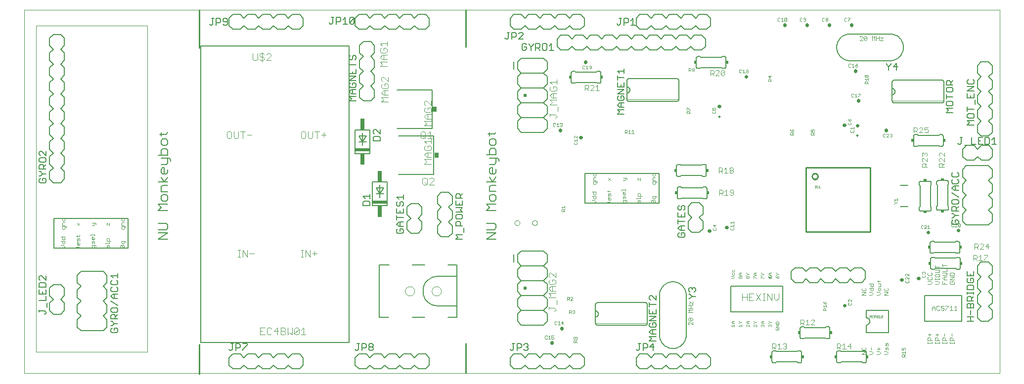
<source format=gto>
G75*
G70*
%OFA0B0*%
%FSLAX24Y24*%
%IPPOS*%
%LPD*%
%AMOC8*
5,1,8,0,0,1.08239X$1,22.5*
%
%ADD10C,0.0000*%
%ADD11C,0.0040*%
%ADD12C,0.0100*%
%ADD13C,0.0020*%
%ADD14C,0.0060*%
%ADD15C,0.0010*%
%ADD16C,0.0080*%
%ADD17C,0.0220*%
%ADD18C,0.0050*%
%ADD19R,0.0200X0.0200*%
%ADD20C,0.0030*%
%ADD21R,0.0150X0.0200*%
%ADD22R,0.0300X0.0340*%
%ADD23R,0.0200X0.0150*%
%ADD24R,0.1000X0.0200*%
%ADD25R,0.0300X0.0750*%
D10*
X000103Y000212D02*
X065853Y000212D01*
X065853Y024712D01*
X000103Y024712D01*
X000103Y000212D01*
X000893Y001652D02*
X000893Y023652D01*
X008393Y023652D01*
X008393Y001652D01*
X000893Y001652D01*
X025768Y005752D02*
X025770Y005787D01*
X025776Y005822D01*
X025786Y005856D01*
X025799Y005889D01*
X025816Y005920D01*
X025837Y005948D01*
X025860Y005975D01*
X025887Y005998D01*
X025915Y006019D01*
X025946Y006036D01*
X025979Y006049D01*
X026013Y006059D01*
X026048Y006065D01*
X026083Y006067D01*
X026118Y006065D01*
X026153Y006059D01*
X026187Y006049D01*
X026220Y006036D01*
X026251Y006019D01*
X026279Y005998D01*
X026306Y005975D01*
X026329Y005948D01*
X026350Y005920D01*
X026367Y005889D01*
X026380Y005856D01*
X026390Y005822D01*
X026396Y005787D01*
X026398Y005752D01*
X026396Y005717D01*
X026390Y005682D01*
X026380Y005648D01*
X026367Y005615D01*
X026350Y005584D01*
X026329Y005556D01*
X026306Y005529D01*
X026279Y005506D01*
X026251Y005485D01*
X026220Y005468D01*
X026187Y005455D01*
X026153Y005445D01*
X026118Y005439D01*
X026083Y005437D01*
X026048Y005439D01*
X026013Y005445D01*
X025979Y005455D01*
X025946Y005468D01*
X025915Y005485D01*
X025887Y005506D01*
X025860Y005529D01*
X025837Y005556D01*
X025816Y005584D01*
X025799Y005615D01*
X025786Y005648D01*
X025776Y005682D01*
X025770Y005717D01*
X025768Y005752D01*
X027568Y005752D02*
X027570Y005787D01*
X027576Y005822D01*
X027586Y005856D01*
X027599Y005889D01*
X027616Y005920D01*
X027637Y005948D01*
X027660Y005975D01*
X027687Y005998D01*
X027715Y006019D01*
X027746Y006036D01*
X027779Y006049D01*
X027813Y006059D01*
X027848Y006065D01*
X027883Y006067D01*
X027918Y006065D01*
X027953Y006059D01*
X027987Y006049D01*
X028020Y006036D01*
X028051Y006019D01*
X028079Y005998D01*
X028106Y005975D01*
X028129Y005948D01*
X028150Y005920D01*
X028167Y005889D01*
X028180Y005856D01*
X028190Y005822D01*
X028196Y005787D01*
X028198Y005752D01*
X028196Y005717D01*
X028190Y005682D01*
X028180Y005648D01*
X028167Y005615D01*
X028150Y005584D01*
X028129Y005556D01*
X028106Y005529D01*
X028079Y005506D01*
X028051Y005485D01*
X028020Y005468D01*
X027987Y005455D01*
X027953Y005445D01*
X027918Y005439D01*
X027883Y005437D01*
X027848Y005439D01*
X027813Y005445D01*
X027779Y005455D01*
X027746Y005468D01*
X027715Y005485D01*
X027687Y005506D01*
X027660Y005529D01*
X027637Y005556D01*
X027616Y005584D01*
X027599Y005615D01*
X027586Y005648D01*
X027576Y005682D01*
X027570Y005717D01*
X027568Y005752D01*
X033156Y010352D02*
X033158Y010377D01*
X033164Y010402D01*
X033173Y010426D01*
X033186Y010448D01*
X033203Y010468D01*
X033222Y010485D01*
X033243Y010499D01*
X033267Y010509D01*
X033291Y010516D01*
X033317Y010519D01*
X033342Y010518D01*
X033367Y010513D01*
X033391Y010504D01*
X033414Y010492D01*
X033434Y010477D01*
X033452Y010458D01*
X033467Y010437D01*
X033478Y010414D01*
X033486Y010390D01*
X033490Y010365D01*
X033490Y010339D01*
X033486Y010314D01*
X033478Y010290D01*
X033467Y010267D01*
X033452Y010246D01*
X033434Y010227D01*
X033414Y010212D01*
X033391Y010200D01*
X033367Y010191D01*
X033342Y010186D01*
X033317Y010185D01*
X033291Y010188D01*
X033267Y010195D01*
X033243Y010205D01*
X033222Y010219D01*
X033203Y010236D01*
X033186Y010256D01*
X033173Y010278D01*
X033164Y010302D01*
X033158Y010327D01*
X033156Y010352D01*
X034337Y010352D02*
X034339Y010377D01*
X034345Y010402D01*
X034354Y010426D01*
X034367Y010448D01*
X034384Y010468D01*
X034403Y010485D01*
X034424Y010499D01*
X034448Y010509D01*
X034472Y010516D01*
X034498Y010519D01*
X034523Y010518D01*
X034548Y010513D01*
X034572Y010504D01*
X034595Y010492D01*
X034615Y010477D01*
X034633Y010458D01*
X034648Y010437D01*
X034659Y010414D01*
X034667Y010390D01*
X034671Y010365D01*
X034671Y010339D01*
X034667Y010314D01*
X034659Y010290D01*
X034648Y010267D01*
X034633Y010246D01*
X034615Y010227D01*
X034595Y010212D01*
X034572Y010200D01*
X034548Y010191D01*
X034523Y010186D01*
X034498Y010185D01*
X034472Y010188D01*
X034448Y010195D01*
X034424Y010205D01*
X034403Y010219D01*
X034384Y010236D01*
X034367Y010256D01*
X034354Y010278D01*
X034345Y010302D01*
X034339Y010327D01*
X034337Y010352D01*
D11*
X027710Y012932D02*
X027403Y012932D01*
X027710Y013239D01*
X027710Y013315D01*
X027633Y013392D01*
X027480Y013392D01*
X027403Y013315D01*
X027249Y013315D02*
X027249Y013008D01*
X027173Y012932D01*
X027019Y012932D01*
X026942Y013008D01*
X026942Y013315D01*
X027019Y013392D01*
X027173Y013392D01*
X027249Y013315D01*
X027096Y013085D02*
X027249Y012932D01*
X027073Y014332D02*
X027226Y014485D01*
X027073Y014639D01*
X027533Y014639D01*
X027533Y014792D02*
X027226Y014792D01*
X027073Y014945D01*
X027226Y015099D01*
X027533Y015099D01*
X027457Y015252D02*
X027150Y015252D01*
X027073Y015329D01*
X027073Y015483D01*
X027150Y015559D01*
X027303Y015559D02*
X027303Y015406D01*
X027303Y015559D02*
X027457Y015559D01*
X027533Y015483D01*
X027533Y015329D01*
X027457Y015252D01*
X027303Y015099D02*
X027303Y014792D01*
X027533Y014332D02*
X027073Y014332D01*
X027226Y015713D02*
X027073Y015866D01*
X027533Y015866D01*
X027533Y015713D02*
X027533Y016020D01*
X027600Y016042D02*
X027293Y016042D01*
X027446Y016042D02*
X027446Y016502D01*
X027293Y016349D01*
X027139Y016425D02*
X027139Y016118D01*
X027063Y016042D01*
X026909Y016042D01*
X026832Y016118D01*
X026832Y016425D01*
X026909Y016502D01*
X027063Y016502D01*
X027139Y016425D01*
X026986Y016195D02*
X027139Y016042D01*
X027073Y016902D02*
X027226Y017055D01*
X027073Y017209D01*
X027533Y017209D01*
X027533Y017362D02*
X027226Y017362D01*
X027073Y017515D01*
X027226Y017669D01*
X027533Y017669D01*
X027457Y017822D02*
X027533Y017899D01*
X027533Y018053D01*
X027457Y018129D01*
X027303Y018129D01*
X027303Y017976D01*
X027150Y018129D02*
X027073Y018053D01*
X027073Y017899D01*
X027150Y017822D01*
X027457Y017822D01*
X027303Y017669D02*
X027303Y017362D01*
X027533Y016902D02*
X027073Y016902D01*
X027150Y018283D02*
X027073Y018359D01*
X027073Y018513D01*
X027150Y018590D01*
X027226Y018590D01*
X027533Y018283D01*
X027533Y018590D01*
X024633Y018512D02*
X024173Y018512D01*
X024326Y018665D01*
X024173Y018819D01*
X024633Y018819D01*
X024633Y018972D02*
X024326Y018972D01*
X024173Y019125D01*
X024326Y019279D01*
X024633Y019279D01*
X024557Y019432D02*
X024633Y019509D01*
X024633Y019663D01*
X024557Y019739D01*
X024403Y019739D01*
X024403Y019586D01*
X024250Y019739D02*
X024173Y019663D01*
X024173Y019509D01*
X024250Y019432D01*
X024557Y019432D01*
X024403Y019279D02*
X024403Y018972D01*
X024250Y019893D02*
X024173Y019969D01*
X024173Y020123D01*
X024250Y020200D01*
X024326Y020200D01*
X024633Y019893D01*
X024633Y020200D01*
X024543Y020912D02*
X024083Y020912D01*
X024236Y021065D01*
X024083Y021219D01*
X024543Y021219D01*
X024543Y021372D02*
X024236Y021372D01*
X024083Y021525D01*
X024236Y021679D01*
X024543Y021679D01*
X024467Y021832D02*
X024543Y021909D01*
X024543Y022063D01*
X024467Y022139D01*
X024313Y022139D01*
X024313Y021986D01*
X024160Y022139D02*
X024083Y022063D01*
X024083Y021909D01*
X024160Y021832D01*
X024467Y021832D01*
X024313Y021679D02*
X024313Y021372D01*
X024236Y022293D02*
X024083Y022446D01*
X024543Y022446D01*
X024543Y022293D02*
X024543Y022600D01*
X016731Y021695D02*
X016731Y021619D01*
X016424Y021312D01*
X016731Y021312D01*
X016270Y021388D02*
X016270Y021465D01*
X016194Y021542D01*
X016040Y021542D01*
X015964Y021619D01*
X015964Y021695D01*
X016040Y021772D01*
X016194Y021772D01*
X016270Y021695D01*
X016424Y021695D02*
X016501Y021772D01*
X016654Y021772D01*
X016731Y021695D01*
X016270Y021388D02*
X016194Y021312D01*
X016040Y021312D01*
X015964Y021388D01*
X015810Y021388D02*
X015733Y021312D01*
X015580Y021312D01*
X015503Y021388D01*
X015503Y021772D01*
X015810Y021772D02*
X015810Y021388D01*
X016117Y021235D02*
X016117Y021849D01*
X014981Y016522D02*
X014674Y016522D01*
X014827Y016522D02*
X014827Y016062D01*
X014520Y016138D02*
X014520Y016522D01*
X014214Y016522D02*
X014214Y016138D01*
X014290Y016062D01*
X014444Y016062D01*
X014520Y016138D01*
X014060Y016138D02*
X014060Y016445D01*
X013983Y016522D01*
X013830Y016522D01*
X013753Y016445D01*
X013753Y016138D01*
X013830Y016062D01*
X013983Y016062D01*
X014060Y016138D01*
X015134Y016292D02*
X015441Y016292D01*
X018753Y016138D02*
X018830Y016062D01*
X018983Y016062D01*
X019060Y016138D01*
X019060Y016445D01*
X018983Y016522D01*
X018830Y016522D01*
X018753Y016445D01*
X018753Y016138D01*
X019214Y016138D02*
X019290Y016062D01*
X019444Y016062D01*
X019520Y016138D01*
X019520Y016522D01*
X019674Y016522D02*
X019981Y016522D01*
X019827Y016522D02*
X019827Y016062D01*
X020134Y016292D02*
X020441Y016292D01*
X020288Y016445D02*
X020288Y016138D01*
X019214Y016138D02*
X019214Y016522D01*
X035523Y017565D02*
X035523Y017719D01*
X035523Y017642D02*
X035907Y017642D01*
X035983Y017565D01*
X035983Y017488D01*
X035907Y017412D01*
X036060Y017872D02*
X036060Y018179D01*
X035983Y018332D02*
X035523Y018332D01*
X035676Y018486D01*
X035523Y018639D01*
X035983Y018639D01*
X035983Y018793D02*
X035676Y018793D01*
X035523Y018946D01*
X035676Y019100D01*
X035983Y019100D01*
X035907Y019253D02*
X035600Y019253D01*
X035523Y019330D01*
X035523Y019483D01*
X035600Y019560D01*
X035753Y019560D02*
X035753Y019406D01*
X035753Y019560D02*
X035907Y019560D01*
X035983Y019483D01*
X035983Y019330D01*
X035907Y019253D01*
X035753Y019100D02*
X035753Y018793D01*
X035676Y019713D02*
X035523Y019867D01*
X035983Y019867D01*
X035983Y020020D02*
X035983Y019713D01*
X037906Y019642D02*
X037906Y019292D01*
X037906Y019408D02*
X038081Y019408D01*
X038139Y019467D01*
X038139Y019584D01*
X038081Y019642D01*
X037906Y019642D01*
X038023Y019408D02*
X038139Y019292D01*
X038265Y019292D02*
X038499Y019525D01*
X038499Y019584D01*
X038440Y019642D01*
X038323Y019642D01*
X038265Y019584D01*
X038265Y019292D02*
X038499Y019292D01*
X038624Y019292D02*
X038858Y019292D01*
X038741Y019292D02*
X038741Y019642D01*
X038624Y019525D01*
X046346Y020292D02*
X046346Y020642D01*
X046521Y020642D01*
X046579Y020584D01*
X046579Y020467D01*
X046521Y020408D01*
X046346Y020408D01*
X046463Y020408D02*
X046579Y020292D01*
X046705Y020292D02*
X046939Y020525D01*
X046939Y020584D01*
X046880Y020642D01*
X046763Y020642D01*
X046705Y020584D01*
X046705Y020292D02*
X046939Y020292D01*
X047064Y020350D02*
X047298Y020584D01*
X047298Y020350D01*
X047239Y020292D01*
X047122Y020292D01*
X047064Y020350D01*
X047064Y020584D01*
X047122Y020642D01*
X047239Y020642D01*
X047298Y020584D01*
X060063Y016792D02*
X060063Y016442D01*
X060063Y016558D02*
X060238Y016558D01*
X060297Y016617D01*
X060297Y016734D01*
X060238Y016792D01*
X060063Y016792D01*
X060180Y016558D02*
X060297Y016442D01*
X060422Y016442D02*
X060656Y016675D01*
X060656Y016734D01*
X060597Y016792D01*
X060481Y016792D01*
X060422Y016734D01*
X060422Y016442D02*
X060656Y016442D01*
X060781Y016500D02*
X060840Y016442D01*
X060957Y016442D01*
X061015Y016500D01*
X061015Y016617D01*
X060957Y016675D01*
X060898Y016675D01*
X060781Y016617D01*
X060781Y016792D01*
X061015Y016792D01*
X060905Y015083D02*
X060963Y015025D01*
X060963Y014908D01*
X060905Y014850D01*
X060963Y014724D02*
X060963Y014491D01*
X060730Y014724D01*
X060671Y014724D01*
X060613Y014666D01*
X060613Y014549D01*
X060671Y014491D01*
X060671Y014365D02*
X060788Y014365D01*
X060846Y014307D01*
X060846Y014132D01*
X060846Y014248D02*
X060963Y014365D01*
X060963Y014132D02*
X060613Y014132D01*
X060613Y014307D01*
X060671Y014365D01*
X061763Y014307D02*
X061763Y014132D01*
X062113Y014132D01*
X061996Y014132D02*
X061996Y014307D01*
X061938Y014365D01*
X061821Y014365D01*
X061763Y014307D01*
X061821Y014491D02*
X061763Y014549D01*
X061763Y014666D01*
X061821Y014724D01*
X061880Y014724D01*
X062113Y014491D01*
X062113Y014724D01*
X062113Y014850D02*
X061880Y015083D01*
X061821Y015083D01*
X061763Y015025D01*
X061763Y014908D01*
X061821Y014850D01*
X062113Y014850D02*
X062113Y015083D01*
X060905Y015083D02*
X060846Y015083D01*
X060788Y015025D01*
X060788Y014967D01*
X060788Y015025D02*
X060730Y015083D01*
X060671Y015083D01*
X060613Y015025D01*
X060613Y014908D01*
X060671Y014850D01*
X061996Y014248D02*
X062113Y014365D01*
X047878Y014014D02*
X047878Y013955D01*
X047819Y013897D01*
X047702Y013897D01*
X047644Y013955D01*
X047644Y014014D01*
X047702Y014072D01*
X047819Y014072D01*
X047878Y014014D01*
X047819Y013897D02*
X047878Y013838D01*
X047878Y013780D01*
X047819Y013722D01*
X047702Y013722D01*
X047644Y013780D01*
X047644Y013838D01*
X047702Y013897D01*
X047519Y013722D02*
X047285Y013722D01*
X047402Y013722D02*
X047402Y014072D01*
X047285Y013955D01*
X047159Y013897D02*
X047159Y014014D01*
X047101Y014072D01*
X046926Y014072D01*
X046926Y013722D01*
X046926Y013838D02*
X047101Y013838D01*
X047159Y013897D01*
X047043Y013838D02*
X047159Y013722D01*
X047121Y012572D02*
X047179Y012514D01*
X047179Y012397D01*
X047121Y012338D01*
X046946Y012338D01*
X046946Y012222D02*
X046946Y012572D01*
X047121Y012572D01*
X047305Y012455D02*
X047422Y012572D01*
X047422Y012222D01*
X047305Y012222D02*
X047539Y012222D01*
X047664Y012280D02*
X047722Y012222D01*
X047839Y012222D01*
X047898Y012280D01*
X047898Y012514D01*
X047839Y012572D01*
X047722Y012572D01*
X047664Y012514D01*
X047664Y012455D01*
X047722Y012397D01*
X047898Y012397D01*
X047179Y012222D02*
X047063Y012338D01*
X035913Y006990D02*
X035913Y006683D01*
X035606Y006990D01*
X035530Y006990D01*
X035453Y006914D01*
X035453Y006760D01*
X035530Y006683D01*
X035530Y006530D02*
X035453Y006453D01*
X035453Y006300D01*
X035530Y006223D01*
X035837Y006223D01*
X035913Y006300D01*
X035913Y006453D01*
X035837Y006530D01*
X035683Y006530D01*
X035683Y006376D01*
X035683Y006070D02*
X035683Y005763D01*
X035606Y005763D02*
X035453Y005916D01*
X035606Y006070D01*
X035913Y006070D01*
X035913Y005763D02*
X035606Y005763D01*
X035453Y005609D02*
X035913Y005609D01*
X035913Y005302D02*
X035453Y005302D01*
X035606Y005456D01*
X035453Y005609D01*
X035990Y005149D02*
X035990Y004842D01*
X035837Y004612D02*
X035453Y004612D01*
X035453Y004535D02*
X035453Y004689D01*
X035837Y004612D02*
X035913Y004535D01*
X035913Y004458D01*
X035837Y004382D01*
X048503Y005112D02*
X048503Y005572D01*
X048503Y005342D02*
X048810Y005342D01*
X048964Y005342D02*
X049117Y005342D01*
X048964Y005572D02*
X048964Y005112D01*
X049270Y005112D01*
X049424Y005112D02*
X049731Y005572D01*
X049884Y005572D02*
X050038Y005572D01*
X049961Y005572D02*
X049961Y005112D01*
X049884Y005112D02*
X050038Y005112D01*
X050191Y005112D02*
X050191Y005572D01*
X050498Y005112D01*
X050498Y005572D01*
X050652Y005572D02*
X050652Y005265D01*
X050805Y005112D01*
X050958Y005265D01*
X050958Y005572D01*
X049731Y005112D02*
X049424Y005572D01*
X049270Y005572D02*
X048964Y005572D01*
X048810Y005572D02*
X048810Y005112D01*
X052423Y003822D02*
X052598Y003822D01*
X052657Y003764D01*
X052657Y003647D01*
X052598Y003588D01*
X052423Y003588D01*
X052423Y003472D02*
X052423Y003822D01*
X052540Y003588D02*
X052657Y003472D01*
X052782Y003472D02*
X053016Y003472D01*
X052899Y003472D02*
X052899Y003822D01*
X052782Y003705D01*
X053141Y003764D02*
X053200Y003822D01*
X053317Y003822D01*
X053375Y003764D01*
X053375Y003705D01*
X053141Y003472D01*
X053375Y003472D01*
X054883Y002202D02*
X055058Y002202D01*
X055117Y002144D01*
X055117Y002027D01*
X055058Y001968D01*
X054883Y001968D01*
X054883Y001852D02*
X054883Y002202D01*
X055000Y001968D02*
X055117Y001852D01*
X055242Y001852D02*
X055476Y001852D01*
X055359Y001852D02*
X055359Y002202D01*
X055242Y002085D01*
X055601Y002027D02*
X055835Y002027D01*
X055777Y001852D02*
X055777Y002202D01*
X055601Y002027D01*
X051475Y001968D02*
X051475Y001910D01*
X051417Y001852D01*
X051300Y001852D01*
X051241Y001910D01*
X051116Y001852D02*
X050882Y001852D01*
X050999Y001852D02*
X050999Y002202D01*
X050882Y002085D01*
X050757Y002027D02*
X050698Y001968D01*
X050523Y001968D01*
X050523Y001852D02*
X050523Y002202D01*
X050698Y002202D01*
X050757Y002144D01*
X050757Y002027D01*
X050640Y001968D02*
X050757Y001852D01*
X051241Y002144D02*
X051300Y002202D01*
X051417Y002202D01*
X051475Y002144D01*
X051475Y002085D01*
X051417Y002027D01*
X051475Y001968D01*
X051417Y002027D02*
X051358Y002027D01*
X064083Y007832D02*
X064083Y008182D01*
X064258Y008182D01*
X064317Y008124D01*
X064317Y008007D01*
X064258Y007948D01*
X064083Y007948D01*
X064200Y007948D02*
X064317Y007832D01*
X064442Y007832D02*
X064676Y007832D01*
X064559Y007832D02*
X064559Y008182D01*
X064442Y008065D01*
X064801Y008182D02*
X065035Y008182D01*
X065035Y008124D01*
X064801Y007890D01*
X064801Y007832D01*
X064756Y008592D02*
X064522Y008592D01*
X064756Y008825D01*
X064756Y008884D01*
X064697Y008942D01*
X064581Y008942D01*
X064522Y008884D01*
X064397Y008884D02*
X064397Y008767D01*
X064338Y008708D01*
X064163Y008708D01*
X064163Y008592D02*
X064163Y008942D01*
X064338Y008942D01*
X064397Y008884D01*
X064280Y008708D02*
X064397Y008592D01*
X064881Y008767D02*
X065115Y008767D01*
X065057Y008592D02*
X065057Y008942D01*
X064881Y008767D01*
X019827Y008292D02*
X019520Y008292D01*
X019674Y008445D02*
X019674Y008138D01*
X019367Y008062D02*
X019367Y008522D01*
X019060Y008522D02*
X019367Y008062D01*
X019060Y008062D02*
X019060Y008522D01*
X018907Y008522D02*
X018753Y008522D01*
X018830Y008522D02*
X018830Y008062D01*
X018753Y008062D02*
X018907Y008062D01*
X015577Y008292D02*
X015270Y008292D01*
X015117Y008062D02*
X015117Y008522D01*
X014810Y008522D02*
X015117Y008062D01*
X014810Y008062D02*
X014810Y008522D01*
X014657Y008522D02*
X014503Y008522D01*
X014580Y008522D02*
X014580Y008062D01*
X014503Y008062D02*
X014657Y008062D01*
X016003Y003272D02*
X016003Y002812D01*
X016310Y002812D01*
X016464Y002888D02*
X016540Y002812D01*
X016694Y002812D01*
X016770Y002888D01*
X016924Y003042D02*
X017231Y003042D01*
X017384Y003042D02*
X017614Y003042D01*
X017691Y002965D01*
X017691Y002888D01*
X017614Y002812D01*
X017384Y002812D01*
X017384Y003272D01*
X017614Y003272D01*
X017691Y003195D01*
X017691Y003119D01*
X017614Y003042D01*
X017845Y003272D02*
X017845Y002812D01*
X017998Y002965D01*
X018152Y002812D01*
X018152Y003272D01*
X018305Y003195D02*
X018382Y003272D01*
X018535Y003272D01*
X018612Y003195D01*
X018305Y002888D01*
X018382Y002812D01*
X018535Y002812D01*
X018612Y002888D01*
X018612Y003195D01*
X018765Y003119D02*
X018919Y003272D01*
X018919Y002812D01*
X019072Y002812D02*
X018765Y002812D01*
X018305Y002888D02*
X018305Y003195D01*
X017154Y003272D02*
X017154Y002812D01*
X016924Y003042D02*
X017154Y003272D01*
X016770Y003195D02*
X016694Y003272D01*
X016540Y003272D01*
X016464Y003195D01*
X016464Y002888D01*
X016157Y003042D02*
X016003Y003042D01*
X016003Y003272D02*
X016310Y003272D01*
D12*
X011893Y002152D02*
X011893Y000152D01*
X029853Y000212D02*
X029853Y002212D01*
X052808Y009756D02*
X057139Y009756D01*
X057139Y014087D01*
X052808Y014087D01*
X052808Y009756D01*
X053201Y013496D02*
X053203Y013523D01*
X053209Y013550D01*
X053218Y013576D01*
X053231Y013600D01*
X053247Y013623D01*
X053266Y013642D01*
X053288Y013659D01*
X053312Y013673D01*
X053337Y013683D01*
X053364Y013690D01*
X053391Y013693D01*
X053419Y013692D01*
X053446Y013687D01*
X053472Y013679D01*
X053496Y013667D01*
X053519Y013651D01*
X053540Y013633D01*
X053557Y013612D01*
X053572Y013588D01*
X053583Y013563D01*
X053591Y013537D01*
X053595Y013510D01*
X053595Y013482D01*
X053591Y013455D01*
X053583Y013429D01*
X053572Y013404D01*
X053557Y013380D01*
X053540Y013359D01*
X053519Y013341D01*
X053497Y013325D01*
X053472Y013313D01*
X053446Y013305D01*
X053419Y013300D01*
X053391Y013299D01*
X053364Y013302D01*
X053337Y013309D01*
X053312Y013319D01*
X053288Y013333D01*
X053266Y013350D01*
X053247Y013369D01*
X053231Y013392D01*
X053218Y013416D01*
X053209Y013442D01*
X053203Y013469D01*
X053201Y013496D01*
X029853Y022212D02*
X029853Y024712D01*
X011893Y024712D02*
X011893Y022152D01*
D13*
X035758Y017033D02*
X035758Y016886D01*
X035795Y016849D01*
X035868Y016849D01*
X035905Y016886D01*
X035979Y016849D02*
X036126Y016849D01*
X036053Y016849D02*
X036053Y017069D01*
X035979Y016996D01*
X035905Y017033D02*
X035868Y017069D01*
X035795Y017069D01*
X035758Y017033D01*
X036200Y017033D02*
X036237Y017069D01*
X036310Y017069D01*
X036347Y017033D01*
X036347Y016996D01*
X036310Y016959D01*
X036347Y016923D01*
X036347Y016886D01*
X036310Y016849D01*
X036237Y016849D01*
X036200Y016886D01*
X036274Y016959D02*
X036310Y016959D01*
X037146Y016189D02*
X037146Y016115D01*
X037182Y016079D01*
X037146Y016189D02*
X037182Y016225D01*
X037219Y016225D01*
X037366Y016079D01*
X037366Y016225D01*
X037366Y016004D02*
X037366Y015858D01*
X037366Y015931D02*
X037146Y015931D01*
X037219Y015858D01*
X037182Y015783D02*
X037146Y015747D01*
X037146Y015673D01*
X037182Y015637D01*
X037329Y015637D01*
X037366Y015673D01*
X037366Y015747D01*
X037329Y015783D01*
X040595Y016392D02*
X040595Y016612D01*
X040705Y016612D01*
X040742Y016575D01*
X040742Y016502D01*
X040705Y016465D01*
X040595Y016465D01*
X040669Y016465D02*
X040742Y016392D01*
X040816Y016392D02*
X040963Y016392D01*
X040890Y016392D02*
X040890Y016612D01*
X040816Y016538D01*
X041037Y016538D02*
X041111Y016612D01*
X041111Y016392D01*
X041184Y016392D02*
X041037Y016392D01*
X044773Y017747D02*
X044773Y017857D01*
X044810Y017893D01*
X044883Y017893D01*
X044920Y017857D01*
X044920Y017747D01*
X044920Y017820D02*
X044993Y017893D01*
X044993Y017968D02*
X044957Y017968D01*
X044810Y018114D01*
X044773Y018114D01*
X044773Y017968D01*
X044773Y017747D02*
X044993Y017747D01*
X046486Y017783D02*
X046522Y017747D01*
X046669Y017747D01*
X046706Y017783D01*
X046706Y017857D01*
X046669Y017893D01*
X046669Y017968D02*
X046706Y018004D01*
X046706Y018078D01*
X046669Y018114D01*
X046596Y018114D01*
X046559Y018078D01*
X046559Y018041D01*
X046596Y017968D01*
X046486Y017968D01*
X046486Y018114D01*
X046522Y017893D02*
X046486Y017857D01*
X046486Y017783D01*
X044223Y018692D02*
X040723Y018692D01*
X044888Y020572D02*
X044888Y020792D01*
X044998Y020792D01*
X045035Y020755D01*
X045035Y020682D01*
X044998Y020645D01*
X044888Y020645D01*
X044962Y020645D02*
X045035Y020572D01*
X045109Y020608D02*
X045109Y020645D01*
X045146Y020682D01*
X045219Y020682D01*
X045256Y020645D01*
X045256Y020608D01*
X045219Y020572D01*
X045146Y020572D01*
X045109Y020608D01*
X045146Y020682D02*
X045109Y020718D01*
X045109Y020755D01*
X045146Y020792D01*
X045219Y020792D01*
X045256Y020755D01*
X045256Y020718D01*
X045219Y020682D01*
X048308Y020653D02*
X048308Y020506D01*
X048345Y020469D01*
X048418Y020469D01*
X048455Y020506D01*
X048529Y020469D02*
X048676Y020469D01*
X048603Y020469D02*
X048603Y020689D01*
X048529Y020616D01*
X048455Y020653D02*
X048418Y020689D01*
X048345Y020689D01*
X048308Y020653D01*
X048750Y020653D02*
X048750Y020616D01*
X048787Y020579D01*
X048860Y020579D01*
X048897Y020543D01*
X048897Y020506D01*
X048860Y020469D01*
X048787Y020469D01*
X048750Y020506D01*
X048750Y020543D01*
X048787Y020579D01*
X048860Y020579D02*
X048897Y020616D01*
X048897Y020653D01*
X048860Y020689D01*
X048787Y020689D01*
X048750Y020653D01*
X050243Y020236D02*
X050353Y020126D01*
X050353Y020272D01*
X050463Y020236D02*
X050243Y020236D01*
X050280Y020051D02*
X050353Y020051D01*
X050390Y020015D01*
X050390Y019905D01*
X050390Y019978D02*
X050463Y020051D01*
X050463Y019905D02*
X050243Y019905D01*
X050243Y020015D01*
X050280Y020051D01*
X055668Y020896D02*
X055705Y020859D01*
X055778Y020859D01*
X055815Y020896D01*
X055889Y020859D02*
X056036Y020859D01*
X055963Y020859D02*
X055963Y021079D01*
X055889Y021006D01*
X055815Y021043D02*
X055778Y021079D01*
X055705Y021079D01*
X055668Y021043D01*
X055668Y020896D01*
X056110Y020896D02*
X056147Y020859D01*
X056220Y020859D01*
X056257Y020896D01*
X056257Y020933D01*
X056220Y020969D01*
X056110Y020969D01*
X056110Y020896D01*
X056110Y020969D02*
X056184Y021043D01*
X056257Y021079D01*
X056810Y020335D02*
X056957Y020189D01*
X056993Y020225D01*
X056993Y020299D01*
X056957Y020335D01*
X056810Y020335D01*
X056773Y020299D01*
X056773Y020225D01*
X056810Y020189D01*
X056957Y020189D01*
X056993Y020114D02*
X056993Y019968D01*
X056993Y020041D02*
X056773Y020041D01*
X056846Y019968D01*
X056810Y019893D02*
X056883Y019893D01*
X056920Y019857D01*
X056920Y019747D01*
X056920Y019820D02*
X056993Y019893D01*
X056993Y019747D02*
X056773Y019747D01*
X056773Y019857D01*
X056810Y019893D01*
X056457Y019059D02*
X056310Y019059D01*
X056457Y019059D02*
X056457Y019023D01*
X056310Y018876D01*
X056310Y018839D01*
X056236Y018839D02*
X056089Y018839D01*
X056163Y018839D02*
X056163Y019059D01*
X056089Y018986D01*
X056015Y019023D02*
X055978Y019059D01*
X055905Y019059D01*
X055868Y019023D01*
X055868Y018876D01*
X055905Y018839D01*
X055978Y018839D01*
X056015Y018876D01*
X058603Y018582D02*
X062103Y018582D01*
X058594Y016328D02*
X058594Y016291D01*
X058557Y016254D01*
X058594Y016218D01*
X058594Y016181D01*
X058557Y016144D01*
X058484Y016144D01*
X058447Y016181D01*
X058373Y016144D02*
X058226Y016144D01*
X058373Y016291D01*
X058373Y016328D01*
X058336Y016364D01*
X058263Y016364D01*
X058226Y016328D01*
X058152Y016328D02*
X058115Y016364D01*
X058042Y016364D01*
X058005Y016328D01*
X058005Y016181D01*
X058042Y016144D01*
X058115Y016144D01*
X058152Y016181D01*
X058447Y016328D02*
X058484Y016364D01*
X058557Y016364D01*
X058594Y016328D01*
X058557Y016254D02*
X058521Y016254D01*
X056016Y016503D02*
X056016Y016577D01*
X055979Y016613D01*
X056016Y016688D02*
X056016Y016834D01*
X056016Y016761D02*
X055796Y016761D01*
X055869Y016688D01*
X055832Y016613D02*
X055796Y016577D01*
X055796Y016503D01*
X055832Y016467D01*
X055979Y016467D01*
X056016Y016503D01*
X055804Y016985D02*
X055657Y016985D01*
X055621Y017021D01*
X055621Y017095D01*
X055657Y017131D01*
X055731Y017206D02*
X055731Y017316D01*
X055767Y017352D01*
X055804Y017352D01*
X055841Y017316D01*
X055841Y017242D01*
X055804Y017206D01*
X055731Y017206D01*
X055657Y017279D01*
X055621Y017352D01*
X055804Y017131D02*
X055841Y017095D01*
X055841Y017021D01*
X055804Y016985D01*
X053353Y016626D02*
X053353Y016552D01*
X053317Y016516D01*
X053243Y016516D02*
X053206Y016589D01*
X053206Y016626D01*
X053243Y016662D01*
X053317Y016662D01*
X053353Y016626D01*
X053243Y016516D02*
X053133Y016516D01*
X053133Y016662D01*
X053170Y016441D02*
X053243Y016441D01*
X053280Y016405D01*
X053280Y016295D01*
X053280Y016368D02*
X053353Y016441D01*
X053353Y016295D02*
X053133Y016295D01*
X053133Y016405D01*
X053170Y016441D01*
X051953Y016441D02*
X051880Y016368D01*
X051880Y016405D02*
X051880Y016295D01*
X051953Y016295D02*
X051733Y016295D01*
X051733Y016405D01*
X051770Y016441D01*
X051843Y016441D01*
X051880Y016405D01*
X051917Y016516D02*
X051953Y016552D01*
X051953Y016626D01*
X051917Y016662D01*
X051880Y016662D01*
X051843Y016626D01*
X051843Y016516D01*
X051917Y016516D01*
X051843Y016516D02*
X051770Y016589D01*
X051733Y016662D01*
X042633Y013691D02*
X042633Y013551D01*
X042587Y013504D01*
X042493Y013504D01*
X042446Y013551D01*
X042446Y013691D01*
X042353Y013691D02*
X042633Y013691D01*
X042633Y013415D02*
X042493Y013415D01*
X042446Y013368D01*
X042446Y013228D01*
X042633Y013228D01*
X042633Y013138D02*
X042633Y012998D01*
X042587Y012952D01*
X042493Y012952D01*
X042446Y012998D01*
X042446Y013138D01*
X042680Y013138D01*
X042727Y013092D01*
X042727Y013045D01*
X041633Y013202D02*
X041633Y013388D01*
X041633Y013202D02*
X041446Y013388D01*
X041446Y013202D01*
X040727Y013295D02*
X040727Y013342D01*
X040680Y013388D01*
X040446Y013388D01*
X040446Y013202D02*
X040587Y013202D01*
X040633Y013248D01*
X040633Y013388D01*
X039633Y013388D02*
X039446Y013202D01*
X039446Y013388D02*
X039633Y013202D01*
X038727Y013092D02*
X038680Y013138D01*
X038446Y013138D01*
X038446Y012998D01*
X038493Y012952D01*
X038587Y012952D01*
X038633Y012998D01*
X038633Y013138D01*
X038633Y013228D02*
X038446Y013228D01*
X038446Y013368D01*
X038493Y013415D01*
X038633Y013415D01*
X038587Y013504D02*
X038493Y013504D01*
X038446Y013551D01*
X038446Y013691D01*
X038353Y013691D02*
X038633Y013691D01*
X038633Y013551D01*
X038587Y013504D01*
X038727Y013092D02*
X038727Y013045D01*
X038633Y012441D02*
X038353Y012441D01*
X038446Y012441D02*
X038446Y012301D01*
X038493Y012254D01*
X038587Y012254D01*
X038633Y012301D01*
X038633Y012441D01*
X039400Y012485D02*
X039587Y012485D01*
X039633Y012532D01*
X039446Y012532D02*
X039446Y012438D01*
X039446Y012349D02*
X039446Y012209D01*
X039493Y012162D01*
X039540Y012209D01*
X039540Y012302D01*
X039587Y012349D01*
X039633Y012302D01*
X039633Y012162D01*
X039540Y012073D02*
X039540Y011886D01*
X039587Y011886D02*
X039493Y011886D01*
X039446Y011932D01*
X039446Y012026D01*
X039493Y012073D01*
X039540Y012073D01*
X039633Y012026D02*
X039633Y011932D01*
X039587Y011886D01*
X039633Y011795D02*
X039587Y011748D01*
X039400Y011748D01*
X039446Y011702D02*
X039446Y011795D01*
X038633Y011795D02*
X038540Y011888D01*
X038353Y011888D01*
X038446Y012025D02*
X038446Y012165D01*
X038353Y012165D02*
X038633Y012165D01*
X038633Y012025D01*
X038587Y011978D01*
X038493Y011978D01*
X038446Y012025D01*
X038633Y011795D02*
X038540Y011702D01*
X038353Y011702D01*
X036533Y011494D02*
X036533Y011348D01*
X036533Y011421D02*
X036313Y011421D01*
X036386Y011348D01*
X036350Y011273D02*
X036423Y011273D01*
X036460Y011237D01*
X036460Y011127D01*
X036460Y011200D02*
X036533Y011273D01*
X036533Y011127D02*
X036313Y011127D01*
X036313Y011237D01*
X036350Y011273D01*
X040446Y011748D02*
X040493Y011702D01*
X040587Y011702D01*
X040633Y011748D01*
X040633Y011888D01*
X040680Y011888D02*
X040446Y011888D01*
X040446Y011748D01*
X040493Y011978D02*
X040446Y012025D01*
X040446Y012165D01*
X040493Y012254D02*
X040446Y012301D01*
X040446Y012394D01*
X040493Y012441D01*
X040540Y012441D01*
X040540Y012254D01*
X040587Y012254D02*
X040493Y012254D01*
X040587Y012254D02*
X040633Y012301D01*
X040633Y012394D01*
X040633Y012530D02*
X040633Y012624D01*
X040633Y012577D02*
X040353Y012577D01*
X040353Y012530D01*
X040587Y012165D02*
X040540Y012118D01*
X040540Y012025D01*
X040493Y011978D01*
X040633Y011978D02*
X040633Y012118D01*
X040587Y012165D01*
X040680Y011888D02*
X040727Y011842D01*
X040727Y011795D01*
X041353Y011978D02*
X041353Y012025D01*
X041633Y012025D01*
X041633Y012071D02*
X041633Y011978D01*
X041587Y011888D02*
X041540Y011842D01*
X041540Y011748D01*
X041493Y011702D01*
X041446Y011748D01*
X041446Y011888D01*
X041587Y011888D02*
X041633Y011842D01*
X041633Y011702D01*
X041633Y012162D02*
X041633Y012302D01*
X041587Y012349D01*
X041493Y012349D01*
X041446Y012302D01*
X041446Y012162D01*
X041727Y012162D01*
X042353Y011842D02*
X042400Y011888D01*
X042587Y011702D01*
X042633Y011748D01*
X042633Y011842D01*
X042587Y011888D01*
X042400Y011888D01*
X042353Y011842D02*
X042353Y011748D01*
X042400Y011702D01*
X042587Y011702D01*
X042587Y011978D02*
X042493Y011978D01*
X042446Y012025D01*
X042446Y012165D01*
X042680Y012165D01*
X042727Y012118D01*
X042727Y012071D01*
X042633Y012025D02*
X042633Y012165D01*
X042633Y012025D02*
X042587Y011978D01*
X046521Y010196D02*
X046631Y010086D01*
X046631Y010232D01*
X046741Y010196D02*
X046521Y010196D01*
X046557Y010011D02*
X046521Y009975D01*
X046521Y009901D01*
X046557Y009865D01*
X046704Y009865D01*
X046741Y009901D01*
X046741Y009975D01*
X046704Y010011D01*
X047701Y009984D02*
X047701Y009910D01*
X047737Y009874D01*
X047884Y009874D01*
X047921Y009910D01*
X047921Y009984D01*
X047884Y010020D01*
X047921Y010095D02*
X047921Y010241D01*
X047921Y010168D02*
X047701Y010168D01*
X047774Y010095D01*
X047737Y010020D02*
X047701Y009984D01*
X047774Y010316D02*
X047701Y010389D01*
X047921Y010389D01*
X047921Y010316D02*
X047921Y010462D01*
X047973Y007190D02*
X047973Y007080D01*
X047937Y007044D01*
X047863Y007044D01*
X047826Y007080D01*
X047826Y007190D01*
X047826Y006969D02*
X047826Y006859D01*
X047863Y006823D01*
X047937Y006823D01*
X047973Y006859D01*
X047973Y006969D01*
X047900Y006748D02*
X047753Y006748D01*
X047753Y006602D02*
X047900Y006602D01*
X047973Y006675D01*
X047900Y006748D01*
X048253Y006712D02*
X048290Y006748D01*
X048326Y006748D01*
X048363Y006712D01*
X048363Y006638D01*
X048326Y006602D01*
X048290Y006602D01*
X048253Y006638D01*
X048253Y006712D01*
X048363Y006712D02*
X048400Y006748D01*
X048437Y006748D01*
X048473Y006712D01*
X048473Y006638D01*
X048437Y006602D01*
X048400Y006602D01*
X048363Y006638D01*
X048363Y006823D02*
X048363Y006969D01*
X048326Y006969D02*
X048473Y006969D01*
X048473Y006823D02*
X048326Y006823D01*
X048253Y006896D01*
X048326Y006969D01*
X048753Y006969D02*
X048790Y006969D01*
X048863Y006896D01*
X048973Y006896D01*
X048863Y006896D02*
X048790Y006823D01*
X048753Y006823D01*
X048790Y006748D02*
X048826Y006748D01*
X048863Y006712D01*
X048863Y006638D01*
X048826Y006602D01*
X048790Y006602D01*
X048753Y006638D01*
X048753Y006712D01*
X048790Y006748D01*
X048863Y006712D02*
X048900Y006748D01*
X048937Y006748D01*
X048973Y006712D01*
X048973Y006638D01*
X048937Y006602D01*
X048900Y006602D01*
X048863Y006638D01*
X049253Y006602D02*
X049253Y006748D01*
X049290Y006748D01*
X049437Y006602D01*
X049473Y006602D01*
X049473Y006823D02*
X049326Y006823D01*
X049253Y006896D01*
X049326Y006969D01*
X049473Y006969D01*
X049363Y006969D02*
X049363Y006823D01*
X049753Y006823D02*
X049790Y006823D01*
X049863Y006896D01*
X049973Y006896D01*
X049863Y006896D02*
X049790Y006969D01*
X049753Y006969D01*
X049753Y006748D02*
X049790Y006748D01*
X049937Y006602D01*
X049973Y006602D01*
X049753Y006602D02*
X049753Y006748D01*
X050253Y006748D02*
X050290Y006675D01*
X050363Y006602D01*
X050363Y006712D01*
X050400Y006748D01*
X050437Y006748D01*
X050473Y006712D01*
X050473Y006638D01*
X050437Y006602D01*
X050363Y006602D01*
X050326Y006602D02*
X050253Y006675D01*
X050473Y006675D01*
X050473Y006602D02*
X050473Y006748D01*
X050473Y006823D02*
X050326Y006823D01*
X050253Y006896D01*
X050326Y006969D01*
X050473Y006969D01*
X050326Y006969D01*
X050253Y006896D01*
X050326Y006823D01*
X050473Y006823D01*
X050363Y006823D02*
X050363Y006969D01*
X050363Y006823D01*
X050753Y006823D02*
X050790Y006823D01*
X050863Y006896D01*
X050973Y006896D01*
X050863Y006896D02*
X050790Y006969D01*
X050753Y006969D01*
X050753Y006748D02*
X050790Y006675D01*
X050863Y006602D01*
X050863Y006712D01*
X050900Y006748D01*
X050937Y006748D01*
X050973Y006712D01*
X050973Y006638D01*
X050937Y006602D01*
X050863Y006602D01*
X053953Y005032D02*
X053990Y004959D01*
X054063Y004886D01*
X054063Y004996D01*
X054100Y005032D01*
X054137Y005032D01*
X054173Y004996D01*
X054173Y004922D01*
X054137Y004886D01*
X054063Y004886D01*
X054173Y004811D02*
X054173Y004665D01*
X054173Y004738D02*
X053953Y004738D01*
X054026Y004665D01*
X053990Y004590D02*
X054063Y004590D01*
X054100Y004554D01*
X054100Y004444D01*
X054100Y004517D02*
X054173Y004590D01*
X054173Y004444D02*
X053953Y004444D01*
X053953Y004554D01*
X053990Y004590D01*
X055641Y004851D02*
X055677Y004815D01*
X055824Y004815D01*
X055861Y004851D01*
X055861Y004925D01*
X055824Y004961D01*
X055861Y005036D02*
X055714Y005182D01*
X055677Y005182D01*
X055641Y005146D01*
X055641Y005072D01*
X055677Y005036D01*
X055677Y004961D02*
X055641Y004925D01*
X055641Y004851D01*
X055861Y005036D02*
X055861Y005182D01*
X059501Y006370D02*
X059537Y006334D01*
X059684Y006334D01*
X059721Y006370D01*
X059721Y006444D01*
X059684Y006480D01*
X059721Y006555D02*
X059574Y006701D01*
X059537Y006701D01*
X059501Y006665D01*
X059501Y006591D01*
X059537Y006555D01*
X059537Y006480D02*
X059501Y006444D01*
X059501Y006370D01*
X059721Y006555D02*
X059721Y006701D01*
X059721Y006776D02*
X059574Y006922D01*
X059537Y006922D01*
X059501Y006886D01*
X059501Y006812D01*
X059537Y006776D01*
X059721Y006776D02*
X059721Y006922D01*
X060621Y006932D02*
X060621Y007006D01*
X060657Y007042D01*
X060694Y007042D01*
X060731Y007006D01*
X060767Y007042D01*
X060804Y007042D01*
X060841Y007006D01*
X060841Y006932D01*
X060804Y006896D01*
X060804Y006821D02*
X060841Y006785D01*
X060841Y006711D01*
X060804Y006675D01*
X060657Y006675D01*
X060621Y006711D01*
X060621Y006785D01*
X060657Y006821D01*
X060657Y006896D02*
X060621Y006932D01*
X060731Y006969D02*
X060731Y007006D01*
X060769Y009969D02*
X060916Y010116D01*
X060916Y010153D01*
X060879Y010189D01*
X060806Y010189D01*
X060769Y010153D01*
X060695Y010153D02*
X060658Y010189D01*
X060585Y010189D01*
X060548Y010153D01*
X060548Y010006D01*
X060585Y009969D01*
X060658Y009969D01*
X060695Y010006D01*
X060769Y009969D02*
X060916Y009969D01*
X060990Y009969D02*
X061137Y009969D01*
X061064Y009969D02*
X061064Y010189D01*
X060990Y010116D01*
X062608Y010136D02*
X062645Y010099D01*
X062718Y010099D01*
X062755Y010136D01*
X062829Y010099D02*
X062976Y010246D01*
X062976Y010283D01*
X062939Y010319D01*
X062866Y010319D01*
X062829Y010283D01*
X062755Y010283D02*
X062718Y010319D01*
X062645Y010319D01*
X062608Y010283D01*
X062608Y010136D01*
X062829Y010099D02*
X062976Y010099D01*
X063050Y010136D02*
X063197Y010283D01*
X063197Y010136D01*
X063160Y010099D01*
X063087Y010099D01*
X063050Y010136D01*
X063050Y010283D01*
X063087Y010319D01*
X063160Y010319D01*
X063197Y010283D01*
X058956Y011708D02*
X058846Y011708D01*
X058772Y011781D01*
X058736Y011781D01*
X058809Y011855D02*
X058736Y011929D01*
X058956Y011929D01*
X058956Y012002D02*
X058956Y011855D01*
X058846Y011708D02*
X058772Y011634D01*
X058736Y011634D01*
X045153Y005050D02*
X045153Y004863D01*
X044966Y005050D01*
X044966Y004863D01*
X045013Y004773D02*
X045013Y004587D01*
X045153Y004587D02*
X044873Y004587D01*
X044873Y004497D02*
X045153Y004497D01*
X045153Y004310D02*
X044873Y004310D01*
X044966Y004404D01*
X044873Y004497D01*
X044873Y004773D02*
X045153Y004773D01*
X045107Y003945D02*
X045153Y003898D01*
X045153Y003805D01*
X045107Y003758D01*
X044920Y003945D01*
X045107Y003945D01*
X045107Y003758D02*
X044920Y003758D01*
X044873Y003805D01*
X044873Y003898D01*
X044920Y003945D01*
X044920Y003668D02*
X044873Y003622D01*
X044873Y003528D01*
X044920Y003482D01*
X044920Y003668D02*
X044966Y003668D01*
X045153Y003482D01*
X045153Y003668D01*
X047753Y003646D02*
X047826Y003719D01*
X047973Y003719D01*
X047863Y003719D02*
X047863Y003573D01*
X047826Y003573D02*
X047753Y003646D01*
X047826Y003573D02*
X047973Y003573D01*
X047973Y003498D02*
X047973Y003352D01*
X047973Y003425D02*
X047753Y003425D01*
X047826Y003352D01*
X048253Y003425D02*
X048473Y003425D01*
X048473Y003352D02*
X048473Y003498D01*
X048473Y003646D02*
X048363Y003646D01*
X048290Y003719D01*
X048253Y003719D01*
X048363Y003646D02*
X048290Y003573D01*
X048253Y003573D01*
X048253Y003425D02*
X048326Y003352D01*
X048753Y003388D02*
X048790Y003352D01*
X048753Y003388D02*
X048753Y003462D01*
X048790Y003498D01*
X048826Y003498D01*
X048973Y003352D01*
X048973Y003498D01*
X048973Y003573D02*
X048826Y003573D01*
X048753Y003646D01*
X048826Y003719D01*
X048973Y003719D01*
X048863Y003719D02*
X048863Y003573D01*
X049253Y003573D02*
X049290Y003573D01*
X049363Y003646D01*
X049473Y003646D01*
X049363Y003646D02*
X049290Y003719D01*
X049253Y003719D01*
X049290Y003498D02*
X049253Y003462D01*
X049253Y003388D01*
X049290Y003352D01*
X049290Y003498D02*
X049326Y003498D01*
X049473Y003352D01*
X049473Y003498D01*
X049753Y003462D02*
X049790Y003498D01*
X049826Y003498D01*
X049863Y003462D01*
X049900Y003498D01*
X049937Y003498D01*
X049973Y003462D01*
X049973Y003388D01*
X049937Y003352D01*
X049863Y003425D02*
X049863Y003462D01*
X049753Y003462D02*
X049753Y003388D01*
X049790Y003352D01*
X049826Y003573D02*
X049753Y003646D01*
X049826Y003719D01*
X049973Y003719D01*
X049863Y003719D02*
X049863Y003573D01*
X049826Y003573D02*
X049973Y003573D01*
X050253Y003573D02*
X050290Y003573D01*
X050363Y003646D01*
X050473Y003646D01*
X050363Y003646D02*
X050290Y003719D01*
X050253Y003719D01*
X050290Y003498D02*
X050326Y003498D01*
X050363Y003462D01*
X050400Y003498D01*
X050437Y003498D01*
X050473Y003462D01*
X050473Y003388D01*
X050437Y003352D01*
X050363Y003425D02*
X050363Y003462D01*
X050290Y003498D02*
X050253Y003462D01*
X050253Y003388D01*
X050290Y003352D01*
X050753Y003323D02*
X050973Y003469D01*
X050753Y003469D01*
X050753Y003544D02*
X050753Y003654D01*
X050790Y003690D01*
X050937Y003690D01*
X050973Y003654D01*
X050973Y003544D01*
X050753Y003544D01*
X050753Y003323D02*
X050973Y003323D01*
X050937Y003248D02*
X050863Y003248D01*
X050863Y003175D01*
X050790Y003102D02*
X050937Y003102D01*
X050973Y003138D01*
X050973Y003212D01*
X050937Y003248D01*
X050790Y003248D02*
X050753Y003212D01*
X050753Y003138D01*
X050790Y003102D01*
X059263Y001915D02*
X059263Y001769D01*
X059373Y001769D01*
X059336Y001842D01*
X059336Y001879D01*
X059373Y001915D01*
X059447Y001915D01*
X059483Y001879D01*
X059483Y001805D01*
X059447Y001769D01*
X059483Y001694D02*
X059483Y001548D01*
X059483Y001621D02*
X059263Y001621D01*
X059336Y001548D01*
X059300Y001473D02*
X059373Y001473D01*
X059410Y001437D01*
X059410Y001327D01*
X059410Y001400D02*
X059483Y001473D01*
X059483Y001327D02*
X059263Y001327D01*
X059263Y001437D01*
X059300Y001473D01*
X042103Y003582D02*
X038603Y003582D01*
X037206Y004278D02*
X037169Y004242D01*
X037096Y004242D01*
X037059Y004278D01*
X036985Y004242D02*
X036912Y004315D01*
X036948Y004315D02*
X036838Y004315D01*
X036838Y004242D02*
X036838Y004462D01*
X036948Y004462D01*
X036985Y004425D01*
X036985Y004352D01*
X036948Y004315D01*
X037059Y004425D02*
X037096Y004462D01*
X037169Y004462D01*
X037206Y004425D01*
X037206Y004388D01*
X037169Y004352D01*
X037206Y004315D01*
X037206Y004278D01*
X037169Y004352D02*
X037133Y004352D01*
X037064Y005132D02*
X036917Y005132D01*
X037064Y005278D01*
X037064Y005315D01*
X037027Y005352D01*
X036954Y005352D01*
X036917Y005315D01*
X036843Y005315D02*
X036843Y005242D01*
X036806Y005205D01*
X036696Y005205D01*
X036696Y005132D02*
X036696Y005352D01*
X036806Y005352D01*
X036843Y005315D01*
X036770Y005205D02*
X036843Y005132D01*
X036400Y003709D02*
X036290Y003599D01*
X036437Y003599D01*
X036400Y003489D02*
X036400Y003709D01*
X036143Y003709D02*
X036143Y003489D01*
X036216Y003489D02*
X036069Y003489D01*
X035995Y003526D02*
X035958Y003489D01*
X035885Y003489D01*
X035848Y003526D01*
X035848Y003673D01*
X035885Y003709D01*
X035958Y003709D01*
X035995Y003673D01*
X036069Y003636D02*
X036143Y003709D01*
X035787Y002739D02*
X035640Y002739D01*
X035640Y002629D01*
X035714Y002666D01*
X035750Y002666D01*
X035787Y002629D01*
X035787Y002556D01*
X035750Y002519D01*
X035677Y002519D01*
X035640Y002556D01*
X035566Y002519D02*
X035419Y002519D01*
X035493Y002519D02*
X035493Y002739D01*
X035419Y002666D01*
X035345Y002703D02*
X035308Y002739D01*
X035235Y002739D01*
X035198Y002703D01*
X035198Y002556D01*
X035235Y002519D01*
X035308Y002519D01*
X035345Y002556D01*
X037123Y002534D02*
X037160Y002498D01*
X037196Y002498D01*
X037233Y002534D01*
X037233Y002644D01*
X037160Y002644D02*
X037307Y002644D01*
X037343Y002608D01*
X037343Y002534D01*
X037307Y002498D01*
X037343Y002423D02*
X037270Y002350D01*
X037270Y002387D02*
X037270Y002277D01*
X037343Y002277D02*
X037123Y002277D01*
X037123Y002387D01*
X037160Y002423D01*
X037233Y002423D01*
X037270Y002387D01*
X037123Y002534D02*
X037123Y002608D01*
X037160Y002644D01*
X006927Y009041D02*
X006927Y009088D01*
X006880Y009135D01*
X006646Y009135D01*
X006646Y008995D01*
X006693Y008948D01*
X006787Y008948D01*
X006833Y008995D01*
X006833Y009135D01*
X006787Y008858D02*
X006600Y008858D01*
X006787Y008672D01*
X006833Y008718D01*
X006833Y008812D01*
X006787Y008858D01*
X006787Y008672D02*
X006600Y008672D01*
X006553Y008718D01*
X006553Y008812D01*
X006600Y008858D01*
X005927Y009132D02*
X005646Y009132D01*
X005646Y009272D01*
X005693Y009319D01*
X005787Y009319D01*
X005833Y009272D01*
X005833Y009132D01*
X005833Y009041D02*
X005833Y008948D01*
X005833Y008995D02*
X005553Y008995D01*
X005553Y008948D01*
X005646Y008858D02*
X005646Y008718D01*
X005693Y008672D01*
X005740Y008718D01*
X005740Y008812D01*
X005787Y008858D01*
X005833Y008812D01*
X005833Y008672D01*
X004927Y008765D02*
X004927Y008812D01*
X004880Y008858D01*
X004646Y008858D01*
X004646Y008718D01*
X004693Y008672D01*
X004787Y008672D01*
X004833Y008718D01*
X004833Y008858D01*
X004833Y008948D02*
X004833Y009088D01*
X004787Y009135D01*
X004740Y009088D01*
X004740Y008995D01*
X004693Y008948D01*
X004646Y008995D01*
X004646Y009135D01*
X004693Y009224D02*
X004646Y009271D01*
X004646Y009364D01*
X004693Y009411D01*
X004740Y009411D01*
X004740Y009224D01*
X004787Y009224D02*
X004693Y009224D01*
X004787Y009224D02*
X004833Y009271D01*
X004833Y009364D01*
X004833Y009500D02*
X004833Y009594D01*
X004833Y009547D02*
X004553Y009547D01*
X004553Y009500D01*
X003833Y009502D02*
X003787Y009455D01*
X003600Y009455D01*
X003646Y009408D02*
X003646Y009502D01*
X003646Y009319D02*
X003646Y009179D01*
X003693Y009132D01*
X003740Y009179D01*
X003740Y009272D01*
X003787Y009319D01*
X003833Y009272D01*
X003833Y009132D01*
X003740Y009043D02*
X003740Y008856D01*
X003787Y008856D02*
X003693Y008856D01*
X003646Y008902D01*
X003646Y008996D01*
X003693Y009043D01*
X003740Y009043D01*
X003833Y008996D02*
X003833Y008902D01*
X003787Y008856D01*
X003833Y008765D02*
X003787Y008718D01*
X003600Y008718D01*
X003646Y008672D02*
X003646Y008765D01*
X002833Y008765D02*
X002740Y008672D01*
X002553Y008672D01*
X002553Y008858D02*
X002740Y008858D01*
X002833Y008765D01*
X002787Y008948D02*
X002693Y008948D01*
X002646Y008995D01*
X002646Y009135D01*
X002553Y009135D02*
X002833Y009135D01*
X002833Y008995D01*
X002787Y008948D01*
X002787Y009224D02*
X002693Y009224D01*
X002646Y009271D01*
X002646Y009411D01*
X002553Y009411D02*
X002833Y009411D01*
X002833Y009271D01*
X002787Y009224D01*
X002787Y009922D02*
X002833Y009968D01*
X002833Y010108D01*
X002880Y010108D02*
X002646Y010108D01*
X002646Y009968D01*
X002693Y009922D01*
X002787Y009922D01*
X002927Y010015D02*
X002927Y010062D01*
X002880Y010108D01*
X002833Y010198D02*
X002646Y010198D01*
X002646Y010338D01*
X002693Y010385D01*
X002833Y010385D01*
X002787Y010474D02*
X002693Y010474D01*
X002646Y010521D01*
X002646Y010661D01*
X002553Y010661D02*
X002833Y010661D01*
X002833Y010521D01*
X002787Y010474D01*
X003646Y010358D02*
X003833Y010172D01*
X003833Y010358D02*
X003646Y010172D01*
X004646Y010172D02*
X004787Y010172D01*
X004833Y010218D01*
X004833Y010358D01*
X004880Y010358D02*
X004927Y010312D01*
X004927Y010265D01*
X004880Y010358D02*
X004646Y010358D01*
X005646Y010358D02*
X005833Y010172D01*
X005833Y010358D01*
X005646Y010358D02*
X005646Y010172D01*
X006646Y010198D02*
X006646Y010338D01*
X006693Y010385D01*
X006833Y010385D01*
X006787Y010474D02*
X006693Y010474D01*
X006646Y010521D01*
X006646Y010661D01*
X006553Y010661D02*
X006833Y010661D01*
X006833Y010521D01*
X006787Y010474D01*
X006833Y010198D02*
X006646Y010198D01*
X006646Y010108D02*
X006646Y009968D01*
X006693Y009922D01*
X006787Y009922D01*
X006833Y009968D01*
X006833Y010108D01*
X006880Y010108D02*
X006646Y010108D01*
X006880Y010108D02*
X006927Y010062D01*
X006927Y010015D01*
X037735Y020781D02*
X037772Y020744D01*
X037845Y020744D01*
X037882Y020781D01*
X037956Y020744D02*
X038103Y020744D01*
X038030Y020744D02*
X038030Y020964D01*
X037956Y020891D01*
X037882Y020928D02*
X037845Y020964D01*
X037772Y020964D01*
X037735Y020928D01*
X037735Y020781D01*
X038177Y020781D02*
X038214Y020744D01*
X038287Y020744D01*
X038324Y020781D01*
X038324Y020928D01*
X038287Y020964D01*
X038214Y020964D01*
X038177Y020928D01*
X038177Y020891D01*
X038214Y020854D01*
X038324Y020854D01*
X050888Y023996D02*
X050925Y023959D01*
X050998Y023959D01*
X051035Y023996D01*
X051109Y023959D02*
X051256Y023959D01*
X051183Y023959D02*
X051183Y024179D01*
X051109Y024106D01*
X051035Y024143D02*
X050998Y024179D01*
X050925Y024179D01*
X050888Y024143D01*
X050888Y023996D01*
X051330Y023996D02*
X051477Y024143D01*
X051477Y023996D01*
X051440Y023959D01*
X051367Y023959D01*
X051330Y023996D01*
X051330Y024143D01*
X051367Y024179D01*
X051440Y024179D01*
X051477Y024143D01*
X052388Y024143D02*
X052388Y023996D01*
X052425Y023959D01*
X052498Y023959D01*
X052535Y023996D01*
X052609Y023996D02*
X052646Y023959D01*
X052719Y023959D01*
X052756Y023996D01*
X052756Y024143D01*
X052719Y024179D01*
X052646Y024179D01*
X052609Y024143D01*
X052609Y024106D01*
X052646Y024069D01*
X052756Y024069D01*
X052535Y024143D02*
X052498Y024179D01*
X052425Y024179D01*
X052388Y024143D01*
X053888Y024143D02*
X053888Y023996D01*
X053925Y023959D01*
X053998Y023959D01*
X054035Y023996D01*
X054109Y023996D02*
X054109Y024033D01*
X054146Y024069D01*
X054219Y024069D01*
X054256Y024033D01*
X054256Y023996D01*
X054219Y023959D01*
X054146Y023959D01*
X054109Y023996D01*
X054146Y024069D02*
X054109Y024106D01*
X054109Y024143D01*
X054146Y024179D01*
X054219Y024179D01*
X054256Y024143D01*
X054256Y024106D01*
X054219Y024069D01*
X054035Y024143D02*
X053998Y024179D01*
X053925Y024179D01*
X053888Y024143D01*
X055388Y024143D02*
X055388Y023996D01*
X055425Y023959D01*
X055498Y023959D01*
X055535Y023996D01*
X055609Y023996D02*
X055609Y023959D01*
X055609Y023996D02*
X055756Y024143D01*
X055756Y024179D01*
X055609Y024179D01*
X055535Y024143D02*
X055498Y024179D01*
X055425Y024179D01*
X055388Y024143D01*
X056470Y022942D02*
X056423Y022895D01*
X056470Y022942D02*
X056563Y022942D01*
X056610Y022895D01*
X056610Y022848D01*
X056423Y022662D01*
X056610Y022662D01*
X056699Y022708D02*
X056886Y022895D01*
X056886Y022708D01*
X056840Y022662D01*
X056746Y022662D01*
X056699Y022708D01*
X056699Y022895D01*
X056746Y022942D01*
X056840Y022942D01*
X056886Y022895D01*
X057252Y022942D02*
X057345Y022848D01*
X057439Y022942D01*
X057439Y022662D01*
X057528Y022662D02*
X057528Y022942D01*
X057528Y022802D02*
X057715Y022802D01*
X057804Y022848D02*
X057991Y022848D01*
X057804Y022662D01*
X057991Y022662D01*
X057715Y022662D02*
X057715Y022942D01*
X057252Y022942D02*
X057252Y022662D01*
D14*
X058753Y019982D02*
X061953Y019982D01*
X061976Y019980D01*
X061999Y019975D01*
X062021Y019966D01*
X062041Y019953D01*
X062059Y019938D01*
X062074Y019920D01*
X062087Y019900D01*
X062096Y019878D01*
X062101Y019855D01*
X062103Y019832D01*
X062103Y018592D01*
X062101Y018569D01*
X062096Y018546D01*
X062087Y018524D01*
X062074Y018504D01*
X062059Y018486D01*
X062041Y018471D01*
X062021Y018458D01*
X061999Y018449D01*
X061976Y018444D01*
X061953Y018442D01*
X058753Y018442D01*
X058730Y018444D01*
X058707Y018449D01*
X058685Y018458D01*
X058665Y018471D01*
X058647Y018486D01*
X058632Y018504D01*
X058619Y018524D01*
X058610Y018546D01*
X058605Y018569D01*
X058603Y018592D01*
X058603Y019012D01*
X058603Y019412D01*
X058603Y019832D01*
X058605Y019855D01*
X058610Y019878D01*
X058619Y019900D01*
X058632Y019920D01*
X058647Y019938D01*
X058665Y019953D01*
X058685Y019966D01*
X058707Y019975D01*
X058730Y019980D01*
X058753Y019982D01*
X058603Y019412D02*
X058630Y019410D01*
X058657Y019405D01*
X058683Y019395D01*
X058707Y019383D01*
X058729Y019367D01*
X058749Y019349D01*
X058766Y019327D01*
X058781Y019304D01*
X058791Y019279D01*
X058799Y019253D01*
X058803Y019226D01*
X058803Y019198D01*
X058799Y019171D01*
X058791Y019145D01*
X058781Y019120D01*
X058766Y019097D01*
X058749Y019075D01*
X058729Y019057D01*
X058707Y019041D01*
X058683Y019029D01*
X058657Y019019D01*
X058630Y019014D01*
X058603Y019012D01*
X060143Y016312D02*
X060293Y016312D01*
X060343Y016262D01*
X061743Y016262D01*
X061793Y016312D01*
X061943Y016312D01*
X061960Y016310D01*
X061977Y016306D01*
X061993Y016299D01*
X062007Y016289D01*
X062020Y016276D01*
X062030Y016262D01*
X062037Y016246D01*
X062041Y016229D01*
X062043Y016212D01*
X062043Y015612D01*
X062041Y015595D01*
X062037Y015578D01*
X062030Y015562D01*
X062020Y015548D01*
X062007Y015535D01*
X061993Y015525D01*
X061977Y015518D01*
X061960Y015514D01*
X061943Y015512D01*
X061793Y015512D01*
X061743Y015562D01*
X060343Y015562D01*
X060293Y015512D01*
X060143Y015512D01*
X060126Y015514D01*
X060109Y015518D01*
X060093Y015525D01*
X060079Y015535D01*
X060066Y015548D01*
X060056Y015562D01*
X060049Y015578D01*
X060045Y015595D01*
X060043Y015612D01*
X060043Y016212D01*
X060045Y016229D01*
X060049Y016246D01*
X060056Y016262D01*
X060066Y016276D01*
X060079Y016289D01*
X060093Y016299D01*
X060109Y016306D01*
X060126Y016310D01*
X060143Y016312D01*
X063353Y013962D02*
X063603Y014212D01*
X065103Y014212D01*
X065353Y013962D01*
X065353Y013462D01*
X065103Y013212D01*
X065353Y012962D01*
X065353Y012462D01*
X065103Y012212D01*
X065353Y011962D01*
X065353Y011462D01*
X065103Y011212D01*
X065353Y010962D01*
X065353Y010462D01*
X065103Y010212D01*
X063603Y010212D01*
X063353Y010462D01*
X063353Y010962D01*
X063603Y011212D01*
X063353Y011462D01*
X063353Y011962D01*
X063603Y012212D01*
X063353Y012462D01*
X063353Y012962D01*
X063603Y013212D01*
X063353Y013462D01*
X063353Y013962D01*
X062303Y013202D02*
X061703Y013202D01*
X061686Y013200D01*
X061669Y013196D01*
X061653Y013189D01*
X061639Y013179D01*
X061626Y013166D01*
X061616Y013152D01*
X061609Y013136D01*
X061605Y013119D01*
X061603Y013102D01*
X061603Y012952D01*
X061653Y012902D01*
X061653Y011502D01*
X061603Y011452D01*
X061603Y011302D01*
X061605Y011285D01*
X061609Y011268D01*
X061616Y011252D01*
X061626Y011238D01*
X061639Y011225D01*
X061653Y011215D01*
X061669Y011208D01*
X061686Y011204D01*
X061703Y011202D01*
X062303Y011202D01*
X062320Y011204D01*
X062337Y011208D01*
X062353Y011215D01*
X062367Y011225D01*
X062380Y011238D01*
X062390Y011252D01*
X062397Y011268D01*
X062401Y011285D01*
X062403Y011302D01*
X062403Y011452D01*
X062353Y011502D01*
X062353Y012902D01*
X062403Y012952D01*
X062403Y013102D01*
X062401Y013119D01*
X062397Y013136D01*
X062390Y013152D01*
X062380Y013166D01*
X062367Y013179D01*
X062353Y013189D01*
X062337Y013196D01*
X062320Y013200D01*
X062303Y013202D01*
X061233Y013062D02*
X061233Y012912D01*
X061183Y012862D01*
X061183Y011462D01*
X061233Y011412D01*
X061233Y011262D01*
X061231Y011245D01*
X061227Y011228D01*
X061220Y011212D01*
X061210Y011198D01*
X061197Y011185D01*
X061183Y011175D01*
X061167Y011168D01*
X061150Y011164D01*
X061133Y011162D01*
X060533Y011162D01*
X060516Y011164D01*
X060499Y011168D01*
X060483Y011175D01*
X060469Y011185D01*
X060456Y011198D01*
X060446Y011212D01*
X060439Y011228D01*
X060435Y011245D01*
X060433Y011262D01*
X060433Y011412D01*
X060483Y011462D01*
X060483Y012862D01*
X060433Y012912D01*
X060433Y013062D01*
X060435Y013079D01*
X060439Y013096D01*
X060446Y013112D01*
X060456Y013126D01*
X060469Y013139D01*
X060483Y013149D01*
X060499Y013156D01*
X060516Y013160D01*
X060533Y013162D01*
X061133Y013162D01*
X061150Y013160D01*
X061167Y013156D01*
X061183Y013149D01*
X061197Y013139D01*
X061210Y013126D01*
X061220Y013112D01*
X061227Y013096D01*
X061231Y013079D01*
X061233Y013062D01*
X061253Y009102D02*
X061403Y009102D01*
X061453Y009052D01*
X062853Y009052D01*
X062903Y009102D01*
X063053Y009102D01*
X063070Y009100D01*
X063087Y009096D01*
X063103Y009089D01*
X063117Y009079D01*
X063130Y009066D01*
X063140Y009052D01*
X063147Y009036D01*
X063151Y009019D01*
X063153Y009002D01*
X063153Y008402D01*
X063151Y008385D01*
X063147Y008368D01*
X063140Y008352D01*
X063130Y008338D01*
X063117Y008325D01*
X063103Y008315D01*
X063087Y008308D01*
X063070Y008304D01*
X063053Y008302D01*
X062903Y008302D01*
X062853Y008352D01*
X061453Y008352D01*
X061403Y008302D01*
X061253Y008302D01*
X061236Y008304D01*
X061219Y008308D01*
X061203Y008315D01*
X061189Y008325D01*
X061176Y008338D01*
X061166Y008352D01*
X061159Y008368D01*
X061155Y008385D01*
X061153Y008402D01*
X061153Y009002D01*
X061155Y009019D01*
X061159Y009036D01*
X061166Y009052D01*
X061176Y009066D01*
X061189Y009079D01*
X061203Y009089D01*
X061219Y009096D01*
X061236Y009100D01*
X061253Y009102D01*
X061293Y008032D02*
X061443Y008032D01*
X061493Y007982D01*
X062893Y007982D01*
X062943Y008032D01*
X063093Y008032D01*
X063110Y008030D01*
X063127Y008026D01*
X063143Y008019D01*
X063157Y008009D01*
X063170Y007996D01*
X063180Y007982D01*
X063187Y007966D01*
X063191Y007949D01*
X063193Y007932D01*
X063193Y007332D01*
X063191Y007315D01*
X063187Y007298D01*
X063180Y007282D01*
X063170Y007268D01*
X063157Y007255D01*
X063143Y007245D01*
X063127Y007238D01*
X063110Y007234D01*
X063093Y007232D01*
X062943Y007232D01*
X062893Y007282D01*
X061493Y007282D01*
X061443Y007232D01*
X061293Y007232D01*
X061276Y007234D01*
X061259Y007238D01*
X061243Y007245D01*
X061229Y007255D01*
X061216Y007268D01*
X061206Y007282D01*
X061199Y007298D01*
X061195Y007315D01*
X061193Y007332D01*
X061193Y007932D01*
X061195Y007949D01*
X061199Y007966D01*
X061206Y007982D01*
X061216Y007996D01*
X061229Y008009D01*
X061243Y008019D01*
X061259Y008026D01*
X061276Y008030D01*
X061293Y008032D01*
X054403Y003242D02*
X054403Y002642D01*
X054401Y002625D01*
X054397Y002608D01*
X054390Y002592D01*
X054380Y002578D01*
X054367Y002565D01*
X054353Y002555D01*
X054337Y002548D01*
X054320Y002544D01*
X054303Y002542D01*
X054153Y002542D01*
X054103Y002592D01*
X052703Y002592D01*
X052653Y002542D01*
X052503Y002542D01*
X052486Y002544D01*
X052469Y002548D01*
X052453Y002555D01*
X052439Y002565D01*
X052426Y002578D01*
X052416Y002592D01*
X052409Y002608D01*
X052405Y002625D01*
X052403Y002642D01*
X052403Y003242D01*
X052405Y003259D01*
X052409Y003276D01*
X052416Y003292D01*
X052426Y003306D01*
X052439Y003319D01*
X052453Y003329D01*
X052469Y003336D01*
X052486Y003340D01*
X052503Y003342D01*
X052653Y003342D01*
X052703Y003292D01*
X054103Y003292D01*
X054153Y003342D01*
X054303Y003342D01*
X054320Y003340D01*
X054337Y003336D01*
X054353Y003329D01*
X054367Y003319D01*
X054380Y003306D01*
X054390Y003292D01*
X054397Y003276D01*
X054401Y003259D01*
X054403Y003242D01*
X054963Y001722D02*
X055113Y001722D01*
X055163Y001672D01*
X056563Y001672D01*
X056613Y001722D01*
X056763Y001722D01*
X056780Y001720D01*
X056797Y001716D01*
X056813Y001709D01*
X056827Y001699D01*
X056840Y001686D01*
X056850Y001672D01*
X056857Y001656D01*
X056861Y001639D01*
X056863Y001622D01*
X056863Y001022D01*
X056861Y001005D01*
X056857Y000988D01*
X056850Y000972D01*
X056840Y000958D01*
X056827Y000945D01*
X056813Y000935D01*
X056797Y000928D01*
X056780Y000924D01*
X056763Y000922D01*
X056613Y000922D01*
X056563Y000972D01*
X055163Y000972D01*
X055113Y000922D01*
X054963Y000922D01*
X054946Y000924D01*
X054929Y000928D01*
X054913Y000935D01*
X054899Y000945D01*
X054886Y000958D01*
X054876Y000972D01*
X054869Y000988D01*
X054865Y001005D01*
X054863Y001022D01*
X054863Y001622D01*
X054865Y001639D01*
X054869Y001656D01*
X054876Y001672D01*
X054886Y001686D01*
X054899Y001699D01*
X054913Y001709D01*
X054929Y001716D01*
X054946Y001720D01*
X054963Y001722D01*
X052503Y001622D02*
X052503Y001022D01*
X052501Y001005D01*
X052497Y000988D01*
X052490Y000972D01*
X052480Y000958D01*
X052467Y000945D01*
X052453Y000935D01*
X052437Y000928D01*
X052420Y000924D01*
X052403Y000922D01*
X052253Y000922D01*
X052203Y000972D01*
X050803Y000972D01*
X050753Y000922D01*
X050603Y000922D01*
X050586Y000924D01*
X050569Y000928D01*
X050553Y000935D01*
X050539Y000945D01*
X050526Y000958D01*
X050516Y000972D01*
X050509Y000988D01*
X050505Y001005D01*
X050503Y001022D01*
X050503Y001622D01*
X050505Y001639D01*
X050509Y001656D01*
X050516Y001672D01*
X050526Y001686D01*
X050539Y001699D01*
X050553Y001709D01*
X050569Y001716D01*
X050586Y001720D01*
X050603Y001722D01*
X050753Y001722D01*
X050803Y001672D01*
X052203Y001672D01*
X052253Y001722D01*
X052403Y001722D01*
X052420Y001720D01*
X052437Y001716D01*
X052453Y001709D01*
X052467Y001699D01*
X052480Y001686D01*
X052490Y001672D01*
X052497Y001656D01*
X052501Y001639D01*
X052503Y001622D01*
X042103Y003592D02*
X042103Y004832D01*
X042101Y004855D01*
X042096Y004878D01*
X042087Y004900D01*
X042074Y004920D01*
X042059Y004938D01*
X042041Y004953D01*
X042021Y004966D01*
X041999Y004975D01*
X041976Y004980D01*
X041953Y004982D01*
X038753Y004982D01*
X038730Y004980D01*
X038707Y004975D01*
X038685Y004966D01*
X038665Y004953D01*
X038647Y004938D01*
X038632Y004920D01*
X038619Y004900D01*
X038610Y004878D01*
X038605Y004855D01*
X038603Y004832D01*
X038603Y004412D01*
X038603Y004012D01*
X038603Y003592D01*
X038605Y003569D01*
X038610Y003546D01*
X038619Y003524D01*
X038632Y003504D01*
X038647Y003486D01*
X038665Y003471D01*
X038685Y003458D01*
X038707Y003449D01*
X038730Y003444D01*
X038753Y003442D01*
X041953Y003442D01*
X041976Y003444D01*
X041999Y003449D01*
X042021Y003458D01*
X042041Y003471D01*
X042059Y003486D01*
X042074Y003504D01*
X042087Y003524D01*
X042096Y003546D01*
X042101Y003569D01*
X042103Y003592D01*
X038603Y004012D02*
X038630Y004014D01*
X038657Y004019D01*
X038683Y004029D01*
X038707Y004041D01*
X038729Y004057D01*
X038749Y004075D01*
X038766Y004097D01*
X038781Y004120D01*
X038791Y004145D01*
X038799Y004171D01*
X038803Y004198D01*
X038803Y004226D01*
X038799Y004253D01*
X038791Y004279D01*
X038781Y004304D01*
X038766Y004327D01*
X038749Y004349D01*
X038729Y004367D01*
X038707Y004383D01*
X038683Y004395D01*
X038657Y004405D01*
X038630Y004410D01*
X038603Y004412D01*
X035353Y004212D02*
X035353Y003712D01*
X035103Y003462D01*
X033603Y003462D01*
X033353Y003712D01*
X033353Y004212D01*
X033603Y004462D01*
X035103Y004462D01*
X035353Y004212D01*
X035103Y004462D02*
X035353Y004712D01*
X035353Y005212D01*
X035103Y005462D01*
X033603Y005462D01*
X033353Y005212D01*
X033353Y004712D01*
X033603Y004462D01*
X033603Y005462D02*
X033353Y005712D01*
X033353Y006212D01*
X033603Y006462D01*
X035103Y006462D01*
X035353Y006212D01*
X035353Y005712D01*
X035103Y005462D01*
X035103Y006462D02*
X035353Y006712D01*
X035353Y007212D01*
X035103Y007462D01*
X033603Y007462D01*
X033353Y007212D01*
X033353Y006712D01*
X033603Y006462D01*
X033603Y007462D02*
X033353Y007712D01*
X033353Y008212D01*
X033603Y008462D01*
X035103Y008462D01*
X035353Y008212D01*
X035353Y007712D01*
X035103Y007462D01*
X031883Y009252D02*
X031243Y009252D01*
X031883Y009679D01*
X031243Y009679D01*
X031243Y009896D02*
X031776Y009896D01*
X031883Y010003D01*
X031883Y010216D01*
X031776Y010323D01*
X031243Y010323D01*
X031243Y011185D02*
X031456Y011399D01*
X031243Y011612D01*
X031883Y011612D01*
X031776Y011830D02*
X031883Y011936D01*
X031883Y012150D01*
X031776Y012257D01*
X031563Y012257D01*
X031456Y012150D01*
X031456Y011936D01*
X031563Y011830D01*
X031776Y011830D01*
X031883Y012474D02*
X031456Y012474D01*
X031456Y012795D01*
X031563Y012901D01*
X031883Y012901D01*
X031883Y013119D02*
X031243Y013119D01*
X031456Y013439D02*
X031670Y013119D01*
X031883Y013439D01*
X031776Y013656D02*
X031883Y013763D01*
X031883Y013976D01*
X031670Y014083D02*
X031670Y013656D01*
X031776Y013656D02*
X031563Y013656D01*
X031456Y013763D01*
X031456Y013976D01*
X031563Y014083D01*
X031670Y014083D01*
X031776Y014300D02*
X031883Y014407D01*
X031883Y014727D01*
X031990Y014727D02*
X032097Y014621D01*
X032097Y014514D01*
X031990Y014727D02*
X031456Y014727D01*
X031456Y014945D02*
X031456Y015265D01*
X031563Y015372D01*
X031776Y015372D01*
X031883Y015265D01*
X031883Y014945D01*
X031243Y014945D01*
X031563Y015589D02*
X031776Y015589D01*
X031883Y015696D01*
X031883Y015910D01*
X031776Y016016D01*
X031563Y016016D01*
X031456Y015910D01*
X031456Y015696D01*
X031563Y015589D01*
X031456Y016234D02*
X031456Y016448D01*
X031349Y016341D02*
X031776Y016341D01*
X031883Y016448D01*
X033353Y016712D02*
X033603Y016462D01*
X035103Y016462D01*
X035353Y016712D01*
X035353Y017212D01*
X035103Y017462D01*
X033603Y017462D01*
X033353Y017212D01*
X033353Y016712D01*
X033603Y017462D02*
X033353Y017712D01*
X033353Y018212D01*
X033603Y018462D01*
X035103Y018462D01*
X035353Y018212D01*
X035353Y017712D01*
X035103Y017462D01*
X035103Y018462D02*
X035353Y018712D01*
X035353Y019212D01*
X035103Y019462D01*
X033603Y019462D01*
X033353Y019212D01*
X033353Y018712D01*
X033603Y018462D01*
X033603Y019462D02*
X033353Y019712D01*
X033353Y020212D01*
X033603Y020462D01*
X035103Y020462D01*
X035353Y020212D01*
X035353Y019712D01*
X035103Y019462D01*
X036963Y019872D02*
X036963Y020472D01*
X036965Y020489D01*
X036969Y020506D01*
X036976Y020522D01*
X036986Y020536D01*
X036999Y020549D01*
X037013Y020559D01*
X037029Y020566D01*
X037046Y020570D01*
X037063Y020572D01*
X037213Y020572D01*
X037263Y020522D01*
X038663Y020522D01*
X038713Y020572D01*
X038863Y020572D01*
X038880Y020570D01*
X038897Y020566D01*
X038913Y020559D01*
X038927Y020549D01*
X038940Y020536D01*
X038950Y020522D01*
X038957Y020506D01*
X038961Y020489D01*
X038963Y020472D01*
X038963Y019872D01*
X038961Y019855D01*
X038957Y019838D01*
X038950Y019822D01*
X038940Y019808D01*
X038927Y019795D01*
X038913Y019785D01*
X038897Y019778D01*
X038880Y019774D01*
X038863Y019772D01*
X038713Y019772D01*
X038663Y019822D01*
X037263Y019822D01*
X037213Y019772D01*
X037063Y019772D01*
X037046Y019774D01*
X037029Y019778D01*
X037013Y019785D01*
X036999Y019795D01*
X036986Y019808D01*
X036976Y019822D01*
X036969Y019838D01*
X036965Y019855D01*
X036963Y019872D01*
X035353Y020712D02*
X035103Y020462D01*
X035353Y020712D02*
X035353Y021212D01*
X035103Y021462D01*
X033603Y021462D01*
X033353Y021212D01*
X033353Y020712D01*
X033603Y020462D01*
X040723Y019942D02*
X040723Y019522D01*
X040723Y019122D01*
X040723Y018702D01*
X040725Y018679D01*
X040730Y018656D01*
X040739Y018634D01*
X040752Y018614D01*
X040767Y018596D01*
X040785Y018581D01*
X040805Y018568D01*
X040827Y018559D01*
X040850Y018554D01*
X040873Y018552D01*
X044073Y018552D01*
X044096Y018554D01*
X044119Y018559D01*
X044141Y018568D01*
X044161Y018581D01*
X044179Y018596D01*
X044194Y018614D01*
X044207Y018634D01*
X044216Y018656D01*
X044221Y018679D01*
X044223Y018702D01*
X044223Y019942D01*
X044221Y019965D01*
X044216Y019988D01*
X044207Y020010D01*
X044194Y020030D01*
X044179Y020048D01*
X044161Y020063D01*
X044141Y020076D01*
X044119Y020085D01*
X044096Y020090D01*
X044073Y020092D01*
X040873Y020092D01*
X040850Y020090D01*
X040827Y020085D01*
X040805Y020076D01*
X040785Y020063D01*
X040767Y020048D01*
X040752Y020030D01*
X040739Y020010D01*
X040730Y019988D01*
X040725Y019965D01*
X040723Y019942D01*
X040723Y019522D02*
X040750Y019520D01*
X040777Y019515D01*
X040803Y019505D01*
X040827Y019493D01*
X040849Y019477D01*
X040869Y019459D01*
X040886Y019437D01*
X040901Y019414D01*
X040911Y019389D01*
X040919Y019363D01*
X040923Y019336D01*
X040923Y019308D01*
X040919Y019281D01*
X040911Y019255D01*
X040901Y019230D01*
X040886Y019207D01*
X040869Y019185D01*
X040849Y019167D01*
X040827Y019151D01*
X040803Y019139D01*
X040777Y019129D01*
X040750Y019124D01*
X040723Y019122D01*
X045403Y020872D02*
X045403Y021472D01*
X045405Y021489D01*
X045409Y021506D01*
X045416Y021522D01*
X045426Y021536D01*
X045439Y021549D01*
X045453Y021559D01*
X045469Y021566D01*
X045486Y021570D01*
X045503Y021572D01*
X045653Y021572D01*
X045703Y021522D01*
X047103Y021522D01*
X047153Y021572D01*
X047303Y021572D01*
X047320Y021570D01*
X047337Y021566D01*
X047353Y021559D01*
X047367Y021549D01*
X047380Y021536D01*
X047390Y021522D01*
X047397Y021506D01*
X047401Y021489D01*
X047403Y021472D01*
X047403Y020872D01*
X047401Y020855D01*
X047397Y020838D01*
X047390Y020822D01*
X047380Y020808D01*
X047367Y020795D01*
X047353Y020785D01*
X047337Y020778D01*
X047320Y020774D01*
X047303Y020772D01*
X047153Y020772D01*
X047103Y020822D01*
X045703Y020822D01*
X045653Y020772D01*
X045503Y020772D01*
X045486Y020774D01*
X045469Y020778D01*
X045453Y020785D01*
X045439Y020795D01*
X045426Y020808D01*
X045416Y020822D01*
X045409Y020838D01*
X045405Y020855D01*
X045403Y020872D01*
X045823Y014292D02*
X045773Y014242D01*
X044373Y014242D01*
X044323Y014292D01*
X044173Y014292D01*
X044156Y014290D01*
X044139Y014286D01*
X044123Y014279D01*
X044109Y014269D01*
X044096Y014256D01*
X044086Y014242D01*
X044079Y014226D01*
X044075Y014209D01*
X044073Y014192D01*
X044073Y013592D01*
X044075Y013575D01*
X044079Y013558D01*
X044086Y013542D01*
X044096Y013528D01*
X044109Y013515D01*
X044123Y013505D01*
X044139Y013498D01*
X044156Y013494D01*
X044173Y013492D01*
X044323Y013492D01*
X044373Y013542D01*
X045773Y013542D01*
X045823Y013492D01*
X045973Y013492D01*
X045990Y013494D01*
X046007Y013498D01*
X046023Y013505D01*
X046037Y013515D01*
X046050Y013528D01*
X046060Y013542D01*
X046067Y013558D01*
X046071Y013575D01*
X046073Y013592D01*
X046073Y014192D01*
X046071Y014209D01*
X046067Y014226D01*
X046060Y014242D01*
X046050Y014256D01*
X046037Y014269D01*
X046023Y014279D01*
X046007Y014286D01*
X045990Y014290D01*
X045973Y014292D01*
X045823Y014292D01*
X045863Y012772D02*
X045813Y012722D01*
X044413Y012722D01*
X044363Y012772D01*
X044213Y012772D01*
X044196Y012770D01*
X044179Y012766D01*
X044163Y012759D01*
X044149Y012749D01*
X044136Y012736D01*
X044126Y012722D01*
X044119Y012706D01*
X044115Y012689D01*
X044113Y012672D01*
X044113Y012072D01*
X044115Y012055D01*
X044119Y012038D01*
X044126Y012022D01*
X044136Y012008D01*
X044149Y011995D01*
X044163Y011985D01*
X044179Y011978D01*
X044196Y011974D01*
X044213Y011972D01*
X044363Y011972D01*
X044413Y012022D01*
X045813Y012022D01*
X045863Y011972D01*
X046013Y011972D01*
X046030Y011974D01*
X046047Y011978D01*
X046063Y011985D01*
X046077Y011995D01*
X046090Y012008D01*
X046100Y012022D01*
X046107Y012038D01*
X046111Y012055D01*
X046113Y012072D01*
X046113Y012672D01*
X046111Y012689D01*
X046107Y012706D01*
X046100Y012722D01*
X046090Y012736D01*
X046077Y012749D01*
X046063Y012759D01*
X046047Y012766D01*
X046030Y012770D01*
X046013Y012772D01*
X045863Y012772D01*
X031883Y011185D02*
X031243Y011185D01*
X024563Y011502D02*
X023563Y011502D01*
X023563Y013102D01*
X024563Y013102D01*
X024563Y011502D01*
X024063Y012052D02*
X024063Y012302D01*
X024313Y012302D01*
X024063Y012302D02*
X023813Y012302D01*
X024063Y012302D02*
X023813Y012702D01*
X024313Y012702D01*
X024063Y012302D01*
X024063Y012902D01*
X023403Y015032D02*
X022403Y015032D01*
X022403Y016632D01*
X023403Y016632D01*
X023403Y015032D01*
X022903Y015582D02*
X022903Y015832D01*
X023153Y015832D01*
X022903Y015832D02*
X022653Y015832D01*
X022903Y015832D02*
X022653Y016232D01*
X023153Y016232D01*
X022903Y015832D01*
X022903Y016432D01*
X031456Y014300D02*
X031776Y014300D01*
X009967Y014504D02*
X009967Y014611D01*
X009860Y014717D01*
X009326Y014717D01*
X009326Y014935D02*
X009326Y015255D01*
X009433Y015362D01*
X009646Y015362D01*
X009753Y015255D01*
X009753Y014935D01*
X009113Y014935D01*
X009753Y014717D02*
X009753Y014397D01*
X009646Y014290D01*
X009326Y014290D01*
X009433Y014073D02*
X009540Y014073D01*
X009540Y013646D01*
X009646Y013646D02*
X009433Y013646D01*
X009326Y013753D01*
X009326Y013966D01*
X009433Y014073D01*
X009753Y013966D02*
X009753Y013753D01*
X009646Y013646D01*
X009753Y013429D02*
X009540Y013109D01*
X009326Y013429D01*
X009113Y013109D02*
X009753Y013109D01*
X009753Y012891D02*
X009433Y012891D01*
X009326Y012785D01*
X009326Y012464D01*
X009753Y012464D01*
X009646Y012247D02*
X009433Y012247D01*
X009326Y012140D01*
X009326Y011926D01*
X009433Y011820D01*
X009646Y011820D01*
X009753Y011926D01*
X009753Y012140D01*
X009646Y012247D01*
X009753Y011602D02*
X009113Y011602D01*
X009326Y011389D01*
X009113Y011175D01*
X009753Y011175D01*
X009646Y010313D02*
X009113Y010313D01*
X009646Y010313D02*
X009753Y010206D01*
X009753Y009993D01*
X009646Y009886D01*
X009113Y009886D01*
X009113Y009669D02*
X009753Y009669D01*
X009113Y009242D01*
X009753Y009242D01*
X005663Y006822D02*
X005413Y007072D01*
X003913Y007072D01*
X003663Y006822D01*
X003663Y006322D01*
X003913Y006072D01*
X003663Y005822D01*
X003663Y005322D01*
X003913Y005072D01*
X003663Y004822D01*
X003663Y004322D01*
X003913Y004072D01*
X003663Y003822D01*
X003663Y003322D01*
X003913Y003072D01*
X005413Y003072D01*
X005663Y003322D01*
X005663Y003822D01*
X005413Y004072D01*
X005663Y004322D01*
X005663Y004822D01*
X005413Y005072D01*
X005663Y005322D01*
X005663Y005822D01*
X005413Y006072D01*
X005663Y006322D01*
X005663Y006822D01*
X009433Y015579D02*
X009646Y015579D01*
X009753Y015686D01*
X009753Y015900D01*
X009646Y016006D01*
X009433Y016006D01*
X009326Y015900D01*
X009326Y015686D01*
X009433Y015579D01*
X009326Y016224D02*
X009326Y016438D01*
X009219Y016331D02*
X009646Y016331D01*
X009753Y016438D01*
D15*
X053403Y012864D02*
X053453Y012864D01*
X053428Y012864D02*
X053428Y012714D01*
X053403Y012714D02*
X053453Y012714D01*
X053502Y012739D02*
X053527Y012714D01*
X053577Y012714D01*
X053602Y012739D01*
X053649Y012714D02*
X053749Y012714D01*
X053699Y012714D02*
X053699Y012864D01*
X053649Y012814D01*
X053602Y012839D02*
X053577Y012864D01*
X053527Y012864D01*
X053502Y012839D01*
X053502Y012739D01*
X057108Y004117D02*
X057158Y004067D01*
X057208Y004117D01*
X057208Y003967D01*
X057256Y003992D02*
X057281Y003967D01*
X057331Y003967D01*
X057356Y003992D01*
X057403Y004017D02*
X057478Y004017D01*
X057503Y004042D01*
X057503Y004092D01*
X057478Y004117D01*
X057403Y004117D01*
X057403Y003967D01*
X057356Y004092D02*
X057331Y004117D01*
X057281Y004117D01*
X057256Y004092D01*
X057256Y003992D01*
X057108Y003967D02*
X057108Y004117D01*
X057550Y004042D02*
X057625Y004042D01*
X057650Y004017D01*
X057650Y003992D01*
X057625Y003967D01*
X057575Y003967D01*
X057550Y003992D01*
X057550Y004042D01*
X057600Y004092D01*
X057650Y004117D01*
X057698Y004067D02*
X057748Y004117D01*
X057748Y003967D01*
X057698Y003967D02*
X057798Y003967D01*
X057845Y003992D02*
X057870Y003967D01*
X057920Y003967D01*
X057945Y003992D01*
X057945Y004017D01*
X057920Y004042D01*
X057845Y004042D01*
X057845Y003992D01*
X057845Y004042D02*
X057895Y004092D01*
X057945Y004117D01*
D16*
X056553Y006332D02*
X056053Y006332D01*
X055803Y006582D01*
X055553Y006332D01*
X055053Y006332D01*
X054803Y006582D01*
X054553Y006332D01*
X054053Y006332D01*
X053803Y006582D01*
X053553Y006332D01*
X053053Y006332D01*
X052803Y006582D01*
X052553Y006332D01*
X052053Y006332D01*
X051803Y006582D01*
X051803Y007082D01*
X052053Y007332D01*
X052553Y007332D01*
X052803Y007082D01*
X053053Y007332D01*
X053553Y007332D01*
X053803Y007082D01*
X054053Y007332D01*
X054553Y007332D01*
X054803Y007082D01*
X055053Y007332D01*
X055553Y007332D01*
X055803Y007082D01*
X056053Y007332D01*
X056553Y007332D01*
X056803Y007082D01*
X056803Y006582D01*
X056553Y006332D01*
X064353Y006462D02*
X064353Y005962D01*
X064603Y005712D01*
X064353Y005462D01*
X064353Y004962D01*
X064603Y004712D01*
X064353Y004462D01*
X064353Y003962D01*
X064603Y003712D01*
X065103Y003712D01*
X065353Y003962D01*
X065353Y004462D01*
X065103Y004712D01*
X065353Y004962D01*
X065353Y005462D01*
X065103Y005712D01*
X065353Y005962D01*
X065353Y006462D01*
X065103Y006712D01*
X065353Y006962D01*
X065353Y007462D01*
X065103Y007712D01*
X064603Y007712D01*
X064353Y007462D01*
X064353Y006962D01*
X064603Y006712D01*
X064353Y006462D01*
X059659Y011453D02*
X059147Y011453D01*
X059147Y012870D02*
X059659Y012870D01*
X063363Y014822D02*
X063613Y014572D01*
X064113Y014572D01*
X064363Y014822D01*
X064613Y014572D01*
X065113Y014572D01*
X065363Y014822D01*
X065363Y015322D01*
X065113Y015572D01*
X064613Y015572D01*
X064363Y015322D01*
X064113Y015572D01*
X063613Y015572D01*
X063363Y015322D01*
X063363Y014822D01*
X064603Y016212D02*
X064353Y016462D01*
X064353Y016962D01*
X064603Y017212D01*
X064353Y017462D01*
X064353Y017962D01*
X064603Y018212D01*
X064353Y018462D01*
X064353Y018962D01*
X064603Y019212D01*
X064353Y019462D01*
X064353Y019962D01*
X064603Y020212D01*
X064353Y020462D01*
X064353Y020962D01*
X064603Y021212D01*
X065103Y021212D01*
X065353Y020962D01*
X065353Y020462D01*
X065103Y020212D01*
X065353Y019962D01*
X065353Y019462D01*
X065103Y019212D01*
X065353Y018962D01*
X065353Y018462D01*
X065103Y018212D01*
X065353Y017962D01*
X065353Y017462D01*
X065103Y017212D01*
X065353Y016962D01*
X065353Y016462D01*
X065103Y016212D01*
X064603Y016212D01*
X058463Y021292D02*
X055763Y021292D01*
X055704Y021294D01*
X055646Y021300D01*
X055587Y021309D01*
X055530Y021323D01*
X055474Y021340D01*
X055419Y021361D01*
X055365Y021385D01*
X055313Y021413D01*
X055263Y021444D01*
X055215Y021478D01*
X055170Y021515D01*
X055127Y021556D01*
X055086Y021599D01*
X055049Y021644D01*
X055015Y021692D01*
X054984Y021742D01*
X054956Y021794D01*
X054932Y021848D01*
X054911Y021903D01*
X054894Y021959D01*
X054880Y022016D01*
X054871Y022075D01*
X054865Y022133D01*
X054863Y022192D01*
X054865Y022251D01*
X054871Y022309D01*
X054880Y022368D01*
X054894Y022425D01*
X054911Y022481D01*
X054932Y022536D01*
X054956Y022590D01*
X054984Y022642D01*
X055015Y022692D01*
X055049Y022740D01*
X055086Y022785D01*
X055127Y022828D01*
X055170Y022869D01*
X055215Y022906D01*
X055263Y022940D01*
X055313Y022971D01*
X055365Y022999D01*
X055419Y023023D01*
X055474Y023044D01*
X055530Y023061D01*
X055587Y023075D01*
X055646Y023084D01*
X055704Y023090D01*
X055763Y023092D01*
X058463Y023092D01*
X058522Y023090D01*
X058580Y023084D01*
X058639Y023075D01*
X058696Y023061D01*
X058752Y023044D01*
X058807Y023023D01*
X058861Y022999D01*
X058913Y022971D01*
X058963Y022940D01*
X059011Y022906D01*
X059056Y022869D01*
X059099Y022828D01*
X059140Y022785D01*
X059177Y022740D01*
X059211Y022692D01*
X059242Y022642D01*
X059270Y022590D01*
X059294Y022536D01*
X059315Y022481D01*
X059332Y022425D01*
X059346Y022368D01*
X059355Y022309D01*
X059361Y022251D01*
X059363Y022192D01*
X059361Y022133D01*
X059355Y022075D01*
X059346Y022016D01*
X059332Y021959D01*
X059315Y021903D01*
X059294Y021848D01*
X059270Y021794D01*
X059242Y021742D01*
X059211Y021692D01*
X059177Y021644D01*
X059140Y021599D01*
X059099Y021556D01*
X059056Y021515D01*
X059011Y021478D01*
X058963Y021444D01*
X058913Y021413D01*
X058861Y021385D01*
X058807Y021361D01*
X058752Y021340D01*
X058696Y021323D01*
X058639Y021309D01*
X058580Y021300D01*
X058522Y021294D01*
X058463Y021292D01*
X046353Y023662D02*
X046103Y023412D01*
X045603Y023412D01*
X045353Y023662D01*
X045103Y023412D01*
X044603Y023412D01*
X044353Y023662D01*
X044103Y023412D01*
X043603Y023412D01*
X043353Y023662D01*
X043103Y023412D01*
X042603Y023412D01*
X042353Y023662D01*
X042103Y023412D01*
X041603Y023412D01*
X041353Y023662D01*
X041353Y024162D01*
X041603Y024412D01*
X042103Y024412D01*
X042353Y024162D01*
X042603Y024412D01*
X043103Y024412D01*
X043353Y024162D01*
X043603Y024412D01*
X044103Y024412D01*
X044353Y024162D01*
X044603Y024412D01*
X045103Y024412D01*
X045353Y024162D01*
X045603Y024412D01*
X046103Y024412D01*
X046353Y024162D01*
X046353Y023662D01*
X045763Y023012D02*
X046013Y022762D01*
X046013Y022262D01*
X045763Y022012D01*
X045263Y022012D01*
X045013Y022262D01*
X044763Y022012D01*
X044263Y022012D01*
X044013Y022262D01*
X043763Y022012D01*
X043263Y022012D01*
X043013Y022262D01*
X042763Y022012D01*
X042263Y022012D01*
X042013Y022262D01*
X041763Y022012D01*
X041263Y022012D01*
X041013Y022262D01*
X040763Y022012D01*
X040263Y022012D01*
X040013Y022262D01*
X039763Y022012D01*
X039263Y022012D01*
X039013Y022262D01*
X038763Y022012D01*
X038263Y022012D01*
X038013Y022262D01*
X037763Y022012D01*
X037263Y022012D01*
X037013Y022262D01*
X036763Y022012D01*
X036263Y022012D01*
X036013Y022262D01*
X036013Y022762D01*
X036263Y023012D01*
X036763Y023012D01*
X037013Y022762D01*
X037263Y023012D01*
X037763Y023012D01*
X038013Y022762D01*
X038263Y023012D01*
X038763Y023012D01*
X039013Y022762D01*
X039263Y023012D01*
X039763Y023012D01*
X040013Y022762D01*
X040263Y023012D01*
X040763Y023012D01*
X041013Y022762D01*
X041263Y023012D01*
X041763Y023012D01*
X042013Y022762D01*
X042263Y023012D01*
X042763Y023012D01*
X043013Y022762D01*
X043263Y023012D01*
X043763Y023012D01*
X044013Y022762D01*
X044263Y023012D01*
X044763Y023012D01*
X045013Y022762D01*
X045263Y023012D01*
X045763Y023012D01*
X037853Y023662D02*
X037603Y023412D01*
X037103Y023412D01*
X036853Y023662D01*
X036603Y023412D01*
X036103Y023412D01*
X035853Y023662D01*
X035603Y023412D01*
X035103Y023412D01*
X034853Y023662D01*
X034603Y023412D01*
X034103Y023412D01*
X033853Y023662D01*
X033603Y023412D01*
X033103Y023412D01*
X032853Y023662D01*
X032853Y024162D01*
X033103Y024412D01*
X033603Y024412D01*
X033853Y024162D01*
X034103Y024412D01*
X034603Y024412D01*
X034853Y024162D01*
X035103Y024412D01*
X035603Y024412D01*
X035853Y024162D01*
X036103Y024412D01*
X036603Y024412D01*
X036853Y024162D01*
X037103Y024412D01*
X037603Y024412D01*
X037853Y024162D01*
X037853Y023662D01*
X033103Y021212D02*
X033103Y020712D01*
X027583Y019312D02*
X027583Y016731D01*
X025223Y016732D01*
X025333Y016202D02*
X027693Y016202D01*
X027693Y013621D01*
X025333Y013622D01*
X027943Y012162D02*
X028193Y012412D01*
X028693Y012412D01*
X028943Y012162D01*
X028943Y011662D01*
X028693Y011412D01*
X028943Y011162D01*
X028943Y010662D01*
X028693Y010412D01*
X028943Y010162D01*
X028943Y009662D01*
X028693Y009412D01*
X028193Y009412D01*
X027943Y009662D01*
X027943Y010162D01*
X028193Y010412D01*
X027943Y010662D01*
X027943Y011162D01*
X028193Y011412D01*
X027943Y011662D01*
X027943Y012162D01*
X026893Y011402D02*
X026643Y011652D01*
X026143Y011652D01*
X025893Y011402D01*
X025893Y010902D01*
X026143Y010652D01*
X025893Y010402D01*
X025893Y009902D01*
X026143Y009652D01*
X026643Y009652D01*
X026893Y009902D01*
X026893Y010402D01*
X026643Y010652D01*
X026893Y010902D01*
X026893Y011402D01*
X033103Y008212D02*
X033103Y007712D01*
X029261Y007523D02*
X029261Y006736D01*
X027883Y006736D01*
X027096Y007523D02*
X026269Y007523D01*
X024694Y007523D02*
X024025Y007523D01*
X024025Y003980D01*
X024655Y003980D01*
X026269Y003980D02*
X027096Y003980D01*
X027883Y004767D02*
X029261Y004767D01*
X029261Y006736D01*
X029261Y007523D02*
X028671Y007523D01*
X027883Y006736D02*
X027824Y006732D01*
X027765Y006723D01*
X027707Y006711D01*
X027650Y006696D01*
X027594Y006677D01*
X027539Y006654D01*
X027486Y006628D01*
X027434Y006599D01*
X027385Y006567D01*
X027337Y006531D01*
X027292Y006493D01*
X027249Y006452D01*
X027209Y006408D01*
X027172Y006362D01*
X027138Y006314D01*
X027107Y006263D01*
X027079Y006211D01*
X027055Y006157D01*
X027034Y006102D01*
X027016Y006045D01*
X027002Y005987D01*
X026992Y005929D01*
X026985Y005870D01*
X026982Y005811D01*
X026983Y005752D01*
X026982Y005693D01*
X026985Y005634D01*
X026992Y005575D01*
X027002Y005517D01*
X027016Y005459D01*
X027034Y005402D01*
X027055Y005347D01*
X027079Y005293D01*
X027107Y005241D01*
X027138Y005190D01*
X027172Y005142D01*
X027209Y005096D01*
X027249Y005052D01*
X027292Y005011D01*
X027337Y004973D01*
X027385Y004937D01*
X027434Y004905D01*
X027486Y004876D01*
X027539Y004850D01*
X027594Y004827D01*
X027650Y004808D01*
X027707Y004793D01*
X027765Y004781D01*
X027824Y004772D01*
X027883Y004768D01*
X028671Y003980D02*
X029261Y003980D01*
X029261Y004767D01*
X027143Y001512D02*
X027393Y001262D01*
X027393Y000762D01*
X027143Y000512D01*
X026643Y000512D01*
X026393Y000762D01*
X026143Y000512D01*
X025643Y000512D01*
X025393Y000762D01*
X025143Y000512D01*
X024643Y000512D01*
X024393Y000762D01*
X024143Y000512D01*
X023643Y000512D01*
X023393Y000762D01*
X023143Y000512D01*
X022643Y000512D01*
X022393Y000762D01*
X022393Y001262D01*
X022643Y001512D01*
X023143Y001512D01*
X023393Y001262D01*
X023643Y001512D01*
X024143Y001512D01*
X024393Y001262D01*
X024643Y001512D01*
X025143Y001512D01*
X025393Y001262D01*
X025643Y001512D01*
X026143Y001512D01*
X026393Y001262D01*
X026643Y001512D01*
X027143Y001512D01*
X032853Y001262D02*
X032853Y000762D01*
X033103Y000512D01*
X033603Y000512D01*
X033853Y000762D01*
X034103Y000512D01*
X034603Y000512D01*
X034853Y000762D01*
X035103Y000512D01*
X035603Y000512D01*
X035853Y000762D01*
X036103Y000512D01*
X036603Y000512D01*
X036853Y000762D01*
X037103Y000512D01*
X037603Y000512D01*
X037853Y000762D01*
X037853Y001262D01*
X037603Y001512D01*
X037103Y001512D01*
X036853Y001262D01*
X036603Y001512D01*
X036103Y001512D01*
X035853Y001262D01*
X035603Y001512D01*
X035103Y001512D01*
X034853Y001262D01*
X034603Y001512D01*
X034103Y001512D01*
X033853Y001262D01*
X033603Y001512D01*
X033103Y001512D01*
X032853Y001262D01*
X041353Y001262D02*
X041353Y000762D01*
X041603Y000512D01*
X042103Y000512D01*
X042353Y000762D01*
X042603Y000512D01*
X043103Y000512D01*
X043353Y000762D01*
X043603Y000512D01*
X044103Y000512D01*
X044353Y000762D01*
X044603Y000512D01*
X045103Y000512D01*
X045353Y000762D01*
X045603Y000512D01*
X046103Y000512D01*
X046353Y000762D01*
X046353Y001262D01*
X046103Y001512D01*
X045603Y001512D01*
X045353Y001262D01*
X045103Y001512D01*
X044603Y001512D01*
X044353Y001262D01*
X044103Y001512D01*
X043603Y001512D01*
X043353Y001262D01*
X043103Y001512D01*
X042603Y001512D01*
X042353Y001262D01*
X042103Y001512D01*
X041603Y001512D01*
X041353Y001262D01*
X042923Y002782D02*
X042923Y005482D01*
X042925Y005541D01*
X042931Y005599D01*
X042940Y005658D01*
X042954Y005715D01*
X042971Y005771D01*
X042992Y005826D01*
X043016Y005880D01*
X043044Y005932D01*
X043075Y005982D01*
X043109Y006030D01*
X043146Y006075D01*
X043187Y006118D01*
X043230Y006159D01*
X043275Y006196D01*
X043323Y006230D01*
X043373Y006261D01*
X043425Y006289D01*
X043479Y006313D01*
X043534Y006334D01*
X043590Y006351D01*
X043647Y006365D01*
X043706Y006374D01*
X043764Y006380D01*
X043823Y006382D01*
X043882Y006380D01*
X043940Y006374D01*
X043999Y006365D01*
X044056Y006351D01*
X044112Y006334D01*
X044167Y006313D01*
X044221Y006289D01*
X044273Y006261D01*
X044323Y006230D01*
X044371Y006196D01*
X044416Y006159D01*
X044459Y006118D01*
X044500Y006075D01*
X044537Y006030D01*
X044571Y005982D01*
X044602Y005932D01*
X044630Y005880D01*
X044654Y005826D01*
X044675Y005771D01*
X044692Y005715D01*
X044706Y005658D01*
X044715Y005599D01*
X044721Y005541D01*
X044723Y005482D01*
X044723Y002782D01*
X044721Y002723D01*
X044715Y002665D01*
X044706Y002606D01*
X044692Y002549D01*
X044675Y002493D01*
X044654Y002438D01*
X044630Y002384D01*
X044602Y002332D01*
X044571Y002282D01*
X044537Y002234D01*
X044500Y002189D01*
X044459Y002146D01*
X044416Y002105D01*
X044371Y002068D01*
X044323Y002034D01*
X044273Y002003D01*
X044221Y001975D01*
X044167Y001951D01*
X044112Y001930D01*
X044056Y001913D01*
X043999Y001899D01*
X043940Y001890D01*
X043882Y001884D01*
X043823Y001882D01*
X043764Y001884D01*
X043706Y001890D01*
X043647Y001899D01*
X043590Y001913D01*
X043534Y001930D01*
X043479Y001951D01*
X043425Y001975D01*
X043373Y002003D01*
X043323Y002034D01*
X043275Y002068D01*
X043230Y002105D01*
X043187Y002146D01*
X043146Y002189D01*
X043109Y002234D01*
X043075Y002282D01*
X043044Y002332D01*
X043016Y002384D01*
X042992Y002438D01*
X042971Y002493D01*
X042954Y002549D01*
X042940Y002606D01*
X042931Y002665D01*
X042925Y002723D01*
X042923Y002782D01*
X045103Y009712D02*
X044853Y009962D01*
X044853Y010462D01*
X045103Y010712D01*
X044853Y010962D01*
X044853Y011462D01*
X045103Y011712D01*
X045603Y011712D01*
X045853Y011462D01*
X045853Y010962D01*
X045603Y010712D01*
X045853Y010462D01*
X045853Y009962D01*
X045603Y009712D01*
X045103Y009712D01*
X023703Y018832D02*
X023453Y018582D01*
X022953Y018582D01*
X022703Y018832D01*
X022703Y019332D01*
X022953Y019582D01*
X022703Y019832D01*
X022703Y020332D01*
X022953Y020582D01*
X022703Y020832D01*
X022703Y021332D01*
X022953Y021582D01*
X022703Y021832D01*
X022703Y022332D01*
X022953Y022582D01*
X023453Y022582D01*
X023703Y022332D01*
X023703Y021832D01*
X023453Y021582D01*
X023703Y021332D01*
X023703Y020832D01*
X023453Y020582D01*
X023703Y020332D01*
X023703Y019832D01*
X023453Y019582D01*
X023703Y019332D01*
X023703Y018832D01*
X025223Y019312D02*
X027583Y019312D01*
X027143Y023412D02*
X026643Y023412D01*
X026393Y023662D01*
X026143Y023412D01*
X025643Y023412D01*
X025393Y023662D01*
X025143Y023412D01*
X024643Y023412D01*
X024393Y023662D01*
X024143Y023412D01*
X023643Y023412D01*
X023393Y023662D01*
X023143Y023412D01*
X022643Y023412D01*
X022393Y023662D01*
X022393Y024162D01*
X022643Y024412D01*
X023143Y024412D01*
X023393Y024162D01*
X023643Y024412D01*
X024143Y024412D01*
X024393Y024162D01*
X024643Y024412D01*
X025143Y024412D01*
X025393Y024162D01*
X025643Y024412D01*
X026143Y024412D01*
X026393Y024162D01*
X026643Y024412D01*
X027143Y024412D01*
X027393Y024162D01*
X027393Y023662D01*
X027143Y023412D01*
X018893Y023662D02*
X018643Y023412D01*
X018143Y023412D01*
X017893Y023662D01*
X017643Y023412D01*
X017143Y023412D01*
X016893Y023662D01*
X016643Y023412D01*
X016143Y023412D01*
X015893Y023662D01*
X015643Y023412D01*
X015143Y023412D01*
X014893Y023662D01*
X014643Y023412D01*
X014143Y023412D01*
X013893Y023662D01*
X013893Y024162D01*
X014143Y024412D01*
X014643Y024412D01*
X014893Y024162D01*
X015143Y024412D01*
X015643Y024412D01*
X015893Y024162D01*
X016143Y024412D01*
X016643Y024412D01*
X016893Y024162D01*
X017143Y024412D01*
X017643Y024412D01*
X017893Y024162D01*
X018143Y024412D01*
X018643Y024412D01*
X018893Y024162D01*
X018893Y023662D01*
X002803Y022812D02*
X002803Y022312D01*
X002553Y022062D01*
X002803Y021812D01*
X002803Y021312D01*
X002553Y021062D01*
X002803Y020812D01*
X002803Y020312D01*
X002553Y020062D01*
X002803Y019812D01*
X002803Y019312D01*
X002553Y019062D01*
X002803Y018812D01*
X002803Y018312D01*
X002553Y018062D01*
X002803Y017812D01*
X002803Y017312D01*
X002553Y017062D01*
X002803Y016812D01*
X002803Y016312D01*
X002553Y016062D01*
X002803Y015812D01*
X002803Y015312D01*
X002553Y015062D01*
X002803Y014812D01*
X002803Y014312D01*
X002553Y014062D01*
X002803Y013812D01*
X002803Y013312D01*
X002553Y013062D01*
X002053Y013062D01*
X001803Y013312D01*
X001803Y013812D01*
X002053Y014062D01*
X001803Y014312D01*
X001803Y014812D01*
X002053Y015062D01*
X001803Y015312D01*
X001803Y015812D01*
X002053Y016062D01*
X001803Y016312D01*
X001803Y016812D01*
X002053Y017062D01*
X001803Y017312D01*
X001803Y017812D01*
X002053Y018062D01*
X001803Y018312D01*
X001803Y018812D01*
X002053Y019062D01*
X001803Y019312D01*
X001803Y019812D01*
X002053Y020062D01*
X001803Y020312D01*
X001803Y020812D01*
X002053Y021062D01*
X001803Y021312D01*
X001803Y021812D01*
X002053Y022062D01*
X001803Y022312D01*
X001803Y022812D01*
X002053Y023062D01*
X002553Y023062D01*
X002803Y022812D01*
X002543Y006192D02*
X002043Y006192D01*
X001793Y005942D01*
X001793Y005442D01*
X002043Y005192D01*
X001793Y004942D01*
X001793Y004442D01*
X002043Y004192D01*
X002543Y004192D01*
X002793Y004442D01*
X002793Y004942D01*
X002543Y005192D01*
X002793Y005442D01*
X002793Y005942D01*
X002543Y006192D01*
X013893Y001262D02*
X014143Y001512D01*
X014643Y001512D01*
X014893Y001262D01*
X015143Y001512D01*
X015643Y001512D01*
X015893Y001262D01*
X016143Y001512D01*
X016643Y001512D01*
X016893Y001262D01*
X017143Y001512D01*
X017643Y001512D01*
X017893Y001262D01*
X018143Y001512D01*
X018643Y001512D01*
X018893Y001262D01*
X018893Y000762D01*
X018643Y000512D01*
X018143Y000512D01*
X017893Y000762D01*
X017643Y000512D01*
X017143Y000512D01*
X016893Y000762D01*
X016643Y000512D01*
X016143Y000512D01*
X015893Y000762D01*
X015643Y000512D01*
X015143Y000512D01*
X014893Y000762D01*
X014643Y000512D01*
X014143Y000512D01*
X013893Y000762D01*
X013893Y001262D01*
D17*
X035663Y002260D02*
X035663Y002284D01*
X036313Y003230D02*
X036313Y003254D01*
X046261Y009822D02*
X046285Y009822D01*
X047441Y010052D02*
X047465Y010052D01*
X059241Y006512D02*
X059265Y006512D01*
X060361Y006632D02*
X060385Y006632D01*
X055405Y004772D02*
X055381Y004772D01*
X061013Y009710D02*
X061013Y009734D01*
X063073Y009840D02*
X063073Y009864D01*
X058183Y016600D02*
X058183Y016624D01*
X056275Y016932D02*
X056251Y016932D01*
X055385Y016942D02*
X055361Y016942D01*
X056333Y018580D02*
X056333Y018604D01*
X056133Y020600D02*
X056133Y020624D01*
X048773Y020234D02*
X048773Y020210D01*
X046965Y018212D02*
X046941Y018212D01*
X037913Y021200D02*
X037913Y021224D01*
X036223Y016614D02*
X036223Y016590D01*
X037601Y016102D02*
X037625Y016102D01*
X051353Y023700D02*
X051353Y023724D01*
X052853Y023724D02*
X052853Y023700D01*
X054353Y023724D02*
X054353Y023700D01*
X055853Y023724D02*
X055853Y023700D01*
D18*
X058217Y021117D02*
X058217Y021042D01*
X058368Y020892D01*
X058368Y020667D01*
X058368Y020892D02*
X058518Y021042D01*
X058518Y021117D01*
X058678Y020892D02*
X058978Y020892D01*
X058903Y021117D02*
X058678Y020892D01*
X058903Y020667D02*
X058903Y021117D01*
X062248Y019863D02*
X062323Y019938D01*
X062473Y019938D01*
X062548Y019863D01*
X062548Y019638D01*
X062548Y019788D02*
X062698Y019938D01*
X062248Y019863D02*
X062248Y019638D01*
X062698Y019638D01*
X062623Y019478D02*
X062323Y019478D01*
X062248Y019403D01*
X062248Y019253D01*
X062323Y019178D01*
X062623Y019178D01*
X062698Y019253D01*
X062698Y019403D01*
X062623Y019478D01*
X063668Y019559D02*
X064118Y019559D01*
X063668Y019258D01*
X064118Y019258D01*
X064118Y019098D02*
X064118Y018798D01*
X063668Y018798D01*
X063668Y019098D01*
X063893Y018948D02*
X063893Y018798D01*
X064193Y018638D02*
X064193Y018338D01*
X064118Y018027D02*
X063668Y018027D01*
X063668Y017877D02*
X063668Y018178D01*
X062698Y018097D02*
X062248Y018097D01*
X062398Y017947D01*
X062248Y017797D01*
X062698Y017797D01*
X063668Y017642D02*
X063743Y017717D01*
X064043Y017717D01*
X064118Y017642D01*
X064118Y017492D01*
X064043Y017417D01*
X063743Y017417D01*
X063668Y017492D01*
X063668Y017642D01*
X063668Y017257D02*
X064118Y017257D01*
X064118Y016957D02*
X063668Y016957D01*
X063818Y017107D01*
X063668Y017257D01*
X062623Y018257D02*
X062323Y018257D01*
X062248Y018332D01*
X062248Y018482D01*
X062323Y018557D01*
X062623Y018557D01*
X062698Y018482D01*
X062698Y018332D01*
X062623Y018257D01*
X062248Y018717D02*
X062248Y019018D01*
X062248Y018867D02*
X062698Y018867D01*
X063668Y019794D02*
X063743Y019719D01*
X064043Y019719D01*
X064118Y019794D01*
X064118Y019944D01*
X064043Y020019D01*
X063743Y020019D02*
X063668Y019944D01*
X063668Y019794D01*
X056326Y016244D02*
X056263Y016244D01*
X056201Y016244D01*
X056263Y016244D02*
X056263Y016182D01*
X056263Y016244D02*
X056263Y016307D01*
X063028Y015732D02*
X063103Y015657D01*
X063178Y015657D01*
X063253Y015732D01*
X063253Y016107D01*
X063178Y016107D02*
X063328Y016107D01*
X063949Y016107D02*
X063949Y015657D01*
X064249Y015657D01*
X064409Y015657D02*
X064710Y015657D01*
X064870Y015657D02*
X065095Y015657D01*
X065170Y015732D01*
X065170Y016032D01*
X065095Y016107D01*
X064870Y016107D01*
X064870Y015657D01*
X064559Y015882D02*
X064409Y015882D01*
X064409Y016107D02*
X064409Y015657D01*
X063789Y015582D02*
X063489Y015582D01*
X064409Y016107D02*
X064710Y016107D01*
X065330Y015957D02*
X065480Y016107D01*
X065480Y015657D01*
X065330Y015657D02*
X065630Y015657D01*
X063078Y013684D02*
X063003Y013759D01*
X063078Y013684D02*
X063078Y013534D01*
X063003Y013459D01*
X062703Y013459D01*
X062628Y013534D01*
X062628Y013684D01*
X062703Y013759D01*
X062703Y013299D02*
X062628Y013224D01*
X062628Y013074D01*
X062703Y012999D01*
X063003Y012999D01*
X063078Y013074D01*
X063078Y013224D01*
X063003Y013299D01*
X063078Y012839D02*
X062778Y012839D01*
X062628Y012689D01*
X062778Y012538D01*
X063078Y012538D01*
X062853Y012538D02*
X062853Y012839D01*
X062628Y012378D02*
X063078Y012078D01*
X063003Y011918D02*
X062703Y011918D01*
X062628Y011843D01*
X062628Y011693D01*
X062703Y011618D01*
X063003Y011618D01*
X063078Y011693D01*
X063078Y011843D01*
X063003Y011918D01*
X063078Y011458D02*
X062928Y011307D01*
X062928Y011383D02*
X062928Y011157D01*
X063078Y011157D02*
X062628Y011157D01*
X062628Y011383D01*
X062703Y011458D01*
X062853Y011458D01*
X062928Y011383D01*
X062703Y010997D02*
X062628Y010997D01*
X062703Y010997D02*
X062853Y010847D01*
X063078Y010847D01*
X062853Y010847D02*
X062703Y010697D01*
X062628Y010697D01*
X062703Y010537D02*
X062628Y010462D01*
X062628Y010312D01*
X062703Y010237D01*
X063003Y010237D01*
X063078Y010312D01*
X063078Y010462D01*
X063003Y010537D01*
X062853Y010537D01*
X062853Y010387D01*
X063658Y007076D02*
X063658Y006776D01*
X064108Y006776D01*
X064108Y007076D01*
X063883Y006926D02*
X063883Y006776D01*
X063883Y006616D02*
X063883Y006465D01*
X063883Y006616D02*
X064033Y006616D01*
X064108Y006540D01*
X064108Y006390D01*
X064033Y006315D01*
X063733Y006315D01*
X063658Y006390D01*
X063658Y006540D01*
X063733Y006616D01*
X063733Y006155D02*
X063658Y006080D01*
X063658Y005855D01*
X064108Y005855D01*
X064108Y006080D01*
X064033Y006155D01*
X063733Y006155D01*
X063658Y005698D02*
X063658Y005548D01*
X063658Y005623D02*
X064108Y005623D01*
X064108Y005548D02*
X064108Y005698D01*
X064108Y005388D02*
X063958Y005238D01*
X063958Y005313D02*
X063958Y005088D01*
X064108Y005088D02*
X063658Y005088D01*
X063658Y005313D01*
X063733Y005388D01*
X063883Y005388D01*
X063958Y005313D01*
X063293Y005452D02*
X063293Y003702D01*
X060793Y003702D01*
X060793Y005452D01*
X063293Y005452D01*
X063733Y004928D02*
X063808Y004928D01*
X063883Y004853D01*
X063883Y004627D01*
X063883Y004467D02*
X063883Y004167D01*
X063883Y004007D02*
X063883Y003707D01*
X064108Y003707D02*
X063658Y003707D01*
X063658Y004007D02*
X064108Y004007D01*
X064108Y004627D02*
X063658Y004627D01*
X063658Y004853D01*
X063733Y004928D01*
X063883Y004853D02*
X063958Y004928D01*
X064033Y004928D01*
X064108Y004853D01*
X064108Y004627D01*
X058353Y004462D02*
X058353Y002962D01*
X056853Y002962D01*
X056853Y003462D01*
X057103Y003712D02*
X057101Y003742D01*
X057096Y003772D01*
X057087Y003801D01*
X057074Y003828D01*
X057059Y003854D01*
X057040Y003878D01*
X057019Y003899D01*
X056995Y003918D01*
X056969Y003933D01*
X056942Y003946D01*
X056913Y003955D01*
X056883Y003960D01*
X056853Y003962D01*
X056853Y004462D01*
X058353Y004462D01*
X057103Y003712D02*
X057101Y003682D01*
X057096Y003652D01*
X057087Y003623D01*
X057074Y003596D01*
X057059Y003570D01*
X057040Y003546D01*
X057019Y003525D01*
X056995Y003506D01*
X056969Y003491D01*
X056942Y003478D01*
X056913Y003469D01*
X056883Y003464D01*
X056853Y003462D01*
X051233Y004342D02*
X051233Y006092D01*
X047733Y006092D01*
X047733Y004342D01*
X051233Y004342D01*
X045348Y005386D02*
X045123Y005386D01*
X044973Y005536D01*
X044898Y005536D01*
X044973Y005696D02*
X044898Y005771D01*
X044898Y005921D01*
X044973Y005996D01*
X045048Y005996D01*
X045123Y005921D01*
X045198Y005996D01*
X045273Y005996D01*
X045348Y005921D01*
X045348Y005771D01*
X045273Y005696D01*
X045123Y005846D02*
X045123Y005921D01*
X045123Y005386D02*
X044973Y005236D01*
X044898Y005236D01*
X042688Y005149D02*
X042388Y005449D01*
X042313Y005449D01*
X042238Y005374D01*
X042238Y005224D01*
X042313Y005149D01*
X042238Y004989D02*
X042238Y004688D01*
X042238Y004839D02*
X042688Y004839D01*
X042688Y005149D02*
X042688Y005449D01*
X042688Y004528D02*
X042688Y004228D01*
X042238Y004228D01*
X042238Y004528D01*
X042463Y004378D02*
X042463Y004228D01*
X042688Y004068D02*
X042238Y004068D01*
X042238Y003768D02*
X042688Y004068D01*
X042688Y003768D02*
X042238Y003768D01*
X042313Y003608D02*
X042238Y003533D01*
X042238Y003382D01*
X042313Y003307D01*
X042613Y003307D01*
X042688Y003382D01*
X042688Y003533D01*
X042613Y003608D01*
X042463Y003608D01*
X042463Y003457D01*
X042463Y003147D02*
X042463Y002847D01*
X042388Y002847D02*
X042238Y002997D01*
X042388Y003147D01*
X042688Y003147D01*
X042688Y002847D02*
X042388Y002847D01*
X042238Y002687D02*
X042688Y002687D01*
X042688Y002387D02*
X042238Y002387D01*
X042388Y002537D01*
X042238Y002687D01*
X042034Y002207D02*
X041809Y002207D01*
X041809Y001757D01*
X041809Y001907D02*
X042034Y001907D01*
X042109Y001982D01*
X042109Y002132D01*
X042034Y002207D01*
X042269Y001982D02*
X042494Y002207D01*
X042494Y001757D01*
X042569Y001982D02*
X042269Y001982D01*
X041648Y002207D02*
X041498Y002207D01*
X041573Y002207D02*
X041573Y001832D01*
X041498Y001757D01*
X041423Y001757D01*
X041348Y001832D01*
X034069Y001832D02*
X033994Y001757D01*
X033844Y001757D01*
X033769Y001832D01*
X033919Y001982D02*
X033994Y001982D01*
X034069Y001907D01*
X034069Y001832D01*
X033994Y001982D02*
X034069Y002057D01*
X034069Y002132D01*
X033994Y002207D01*
X033844Y002207D01*
X033769Y002132D01*
X033609Y002132D02*
X033609Y001982D01*
X033534Y001907D01*
X033309Y001907D01*
X033309Y001757D02*
X033309Y002207D01*
X033534Y002207D01*
X033609Y002132D01*
X033148Y002207D02*
X032998Y002207D01*
X033073Y002207D02*
X033073Y001832D01*
X032998Y001757D01*
X032923Y001757D01*
X032848Y001832D01*
X023609Y001832D02*
X023534Y001757D01*
X023384Y001757D01*
X023309Y001832D01*
X023309Y001907D01*
X023384Y001982D01*
X023534Y001982D01*
X023609Y001907D01*
X023609Y001832D01*
X023534Y001982D02*
X023609Y002057D01*
X023609Y002132D01*
X023534Y002207D01*
X023384Y002207D01*
X023309Y002132D01*
X023309Y002057D01*
X023384Y001982D01*
X023149Y001982D02*
X023149Y002132D01*
X023074Y002207D01*
X022849Y002207D01*
X022849Y001757D01*
X022849Y001907D02*
X023074Y001907D01*
X023149Y001982D01*
X022688Y002207D02*
X022538Y002207D01*
X022613Y002207D02*
X022613Y001832D01*
X022538Y001757D01*
X022463Y001757D01*
X022388Y001832D01*
X021983Y002292D02*
X011983Y002292D01*
X011983Y022292D01*
X021983Y022292D01*
X021983Y002292D01*
X015109Y002207D02*
X015109Y002132D01*
X014809Y001832D01*
X014809Y001757D01*
X014649Y001982D02*
X014574Y001907D01*
X014349Y001907D01*
X014349Y001757D02*
X014349Y002207D01*
X014574Y002207D01*
X014649Y002132D01*
X014649Y001982D01*
X014809Y002207D02*
X015109Y002207D01*
X014188Y002207D02*
X014038Y002207D01*
X014113Y002207D02*
X014113Y001832D01*
X014038Y001757D01*
X013963Y001757D01*
X013888Y001832D01*
X006388Y003028D02*
X006313Y002953D01*
X006013Y002953D01*
X005938Y003028D01*
X005938Y003178D01*
X006013Y003253D01*
X006163Y003253D02*
X006163Y003103D01*
X006163Y003253D02*
X006313Y003253D01*
X006388Y003178D01*
X006388Y003028D01*
X006013Y003414D02*
X005938Y003414D01*
X006013Y003414D02*
X006163Y003564D01*
X006388Y003564D01*
X006163Y003564D02*
X006013Y003714D01*
X005938Y003714D01*
X005938Y003874D02*
X005938Y004099D01*
X006013Y004174D01*
X006163Y004174D01*
X006238Y004099D01*
X006238Y003874D01*
X006238Y004024D02*
X006388Y004174D01*
X006313Y004334D02*
X006388Y004409D01*
X006388Y004559D01*
X006313Y004634D01*
X006013Y004634D01*
X005938Y004559D01*
X005938Y004409D01*
X006013Y004334D01*
X006313Y004334D01*
X006388Y003874D02*
X005938Y003874D01*
X006388Y004795D02*
X005938Y005095D01*
X006088Y005255D02*
X005938Y005405D01*
X006088Y005555D01*
X006388Y005555D01*
X006313Y005715D02*
X006388Y005790D01*
X006388Y005940D01*
X006313Y006016D01*
X006313Y006176D02*
X006388Y006251D01*
X006388Y006401D01*
X006313Y006476D01*
X006388Y006636D02*
X006388Y006936D01*
X006388Y006786D02*
X005938Y006786D01*
X006088Y006636D01*
X006013Y006476D02*
X005938Y006401D01*
X005938Y006251D01*
X006013Y006176D01*
X006313Y006176D01*
X006013Y006016D02*
X005938Y005940D01*
X005938Y005790D01*
X006013Y005715D01*
X006313Y005715D01*
X006163Y005555D02*
X006163Y005255D01*
X006088Y005255D02*
X006388Y005255D01*
X001623Y004947D02*
X001623Y004647D01*
X001473Y004412D02*
X001098Y004412D01*
X001098Y004337D02*
X001098Y004487D01*
X001473Y004412D02*
X001548Y004337D01*
X001548Y004262D01*
X001473Y004187D01*
X001548Y005107D02*
X001098Y005107D01*
X001548Y005107D02*
X001548Y005408D01*
X001548Y005568D02*
X001098Y005568D01*
X001098Y005868D01*
X001098Y006028D02*
X001098Y006253D01*
X001173Y006328D01*
X001473Y006328D01*
X001548Y006253D01*
X001548Y006028D01*
X001098Y006028D01*
X001548Y005868D02*
X001548Y005568D01*
X001323Y005568D02*
X001323Y005718D01*
X001173Y006488D02*
X001098Y006563D01*
X001098Y006714D01*
X001173Y006789D01*
X001248Y006789D01*
X001548Y006488D01*
X001548Y006789D01*
X002093Y008662D02*
X002093Y010662D01*
X007093Y010662D01*
X007093Y008662D01*
X002093Y008662D01*
X001483Y013057D02*
X001183Y013057D01*
X001108Y013132D01*
X001108Y013282D01*
X001183Y013357D01*
X001333Y013357D02*
X001333Y013207D01*
X001333Y013357D02*
X001483Y013357D01*
X001558Y013282D01*
X001558Y013132D01*
X001483Y013057D01*
X001183Y013517D02*
X001333Y013667D01*
X001558Y013667D01*
X001333Y013667D02*
X001183Y013817D01*
X001108Y013817D01*
X001108Y013977D02*
X001108Y014203D01*
X001183Y014278D01*
X001333Y014278D01*
X001408Y014203D01*
X001408Y013977D01*
X001558Y013977D02*
X001108Y013977D01*
X001408Y014127D02*
X001558Y014278D01*
X001483Y014438D02*
X001183Y014438D01*
X001108Y014513D01*
X001108Y014663D01*
X001183Y014738D01*
X001483Y014738D01*
X001558Y014663D01*
X001558Y014513D01*
X001483Y014438D01*
X001558Y014898D02*
X001258Y015198D01*
X001183Y015198D01*
X001108Y015123D01*
X001108Y014973D01*
X001183Y014898D01*
X001558Y014898D02*
X001558Y015198D01*
X001183Y013517D02*
X001108Y013517D01*
X022008Y018577D02*
X022158Y018727D01*
X022008Y018877D01*
X022458Y018877D01*
X022458Y019037D02*
X022158Y019037D01*
X022008Y019187D01*
X022158Y019337D01*
X022458Y019337D01*
X022383Y019497D02*
X022458Y019572D01*
X022458Y019723D01*
X022383Y019798D01*
X022233Y019798D01*
X022233Y019647D01*
X022083Y019497D02*
X022383Y019497D01*
X022233Y019337D02*
X022233Y019037D01*
X022083Y019497D02*
X022008Y019572D01*
X022008Y019723D01*
X022083Y019798D01*
X022008Y019958D02*
X022458Y020258D01*
X022008Y020258D01*
X022008Y020418D02*
X022458Y020418D01*
X022458Y020718D01*
X022233Y020568D02*
X022233Y020418D01*
X022008Y020418D02*
X022008Y020718D01*
X022008Y020878D02*
X022008Y021179D01*
X022008Y021029D02*
X022458Y021029D01*
X022383Y021339D02*
X022458Y021414D01*
X022458Y021564D01*
X022383Y021639D01*
X022308Y021639D01*
X022233Y021564D01*
X022233Y021414D01*
X022158Y021339D01*
X022083Y021339D01*
X022008Y021414D01*
X022008Y021564D01*
X022083Y021639D01*
X022008Y019958D02*
X022458Y019958D01*
X022458Y018577D02*
X022008Y018577D01*
X023703Y016657D02*
X023628Y016582D01*
X023628Y016432D01*
X023703Y016357D01*
X023703Y016197D02*
X023628Y016122D01*
X023628Y015897D01*
X024078Y015897D01*
X024078Y016122D01*
X024003Y016197D01*
X023703Y016197D01*
X024078Y016357D02*
X023778Y016657D01*
X023703Y016657D01*
X024078Y016657D02*
X024078Y016357D01*
X023388Y012287D02*
X023388Y011987D01*
X023388Y012137D02*
X022938Y012137D01*
X023088Y011987D01*
X023013Y011827D02*
X022938Y011752D01*
X022938Y011527D01*
X023388Y011527D01*
X023388Y011752D01*
X023313Y011827D01*
X023013Y011827D01*
X025198Y011713D02*
X025198Y011563D01*
X025273Y011488D01*
X025348Y011488D01*
X025423Y011563D01*
X025423Y011713D01*
X025498Y011788D01*
X025573Y011788D01*
X025648Y011713D01*
X025648Y011563D01*
X025573Y011488D01*
X025648Y011328D02*
X025648Y011028D01*
X025198Y011028D01*
X025198Y011328D01*
X025423Y011178D02*
X025423Y011028D01*
X025198Y010868D02*
X025198Y010567D01*
X025198Y010717D02*
X025648Y010717D01*
X025648Y010407D02*
X025348Y010407D01*
X025198Y010257D01*
X025348Y010107D01*
X025648Y010107D01*
X025573Y009947D02*
X025423Y009947D01*
X025423Y009797D01*
X025273Y009947D02*
X025198Y009872D01*
X025198Y009722D01*
X025273Y009647D01*
X025573Y009647D01*
X025648Y009722D01*
X025648Y009872D01*
X025573Y009947D01*
X025423Y010107D02*
X025423Y010407D01*
X029188Y010390D02*
X029188Y010165D01*
X029638Y010165D01*
X029488Y010165D02*
X029488Y010390D01*
X029413Y010465D01*
X029263Y010465D01*
X029188Y010390D01*
X029263Y010625D02*
X029563Y010625D01*
X029638Y010700D01*
X029638Y010850D01*
X029563Y010925D01*
X029263Y010925D01*
X029188Y010850D01*
X029188Y010700D01*
X029263Y010625D01*
X029188Y011085D02*
X029638Y011085D01*
X029488Y011235D01*
X029638Y011386D01*
X029188Y011386D01*
X029188Y011546D02*
X029638Y011546D01*
X029638Y011846D01*
X029638Y012006D02*
X029188Y012006D01*
X029188Y012231D01*
X029263Y012306D01*
X029413Y012306D01*
X029488Y012231D01*
X029488Y012006D01*
X029488Y012156D02*
X029638Y012306D01*
X029188Y011846D02*
X029188Y011546D01*
X029413Y011546D02*
X029413Y011696D01*
X025648Y011948D02*
X025648Y012249D01*
X025648Y012099D02*
X025198Y012099D01*
X025348Y011948D01*
X025273Y011788D02*
X025198Y011713D01*
X029713Y010005D02*
X029713Y009704D01*
X029638Y009544D02*
X029188Y009544D01*
X029338Y009394D01*
X029188Y009244D01*
X029638Y009244D01*
X037893Y011692D02*
X037893Y013692D01*
X042893Y013692D01*
X042893Y011692D01*
X037893Y011692D01*
X044168Y011443D02*
X044168Y011293D01*
X044243Y011218D01*
X044318Y011218D01*
X044393Y011293D01*
X044393Y011443D01*
X044468Y011518D01*
X044543Y011518D01*
X044618Y011443D01*
X044618Y011293D01*
X044543Y011218D01*
X044618Y011058D02*
X044618Y010758D01*
X044168Y010758D01*
X044168Y011058D01*
X044393Y010908D02*
X044393Y010758D01*
X044168Y010598D02*
X044168Y010297D01*
X044168Y010447D02*
X044618Y010447D01*
X044618Y010137D02*
X044318Y010137D01*
X044168Y009987D01*
X044318Y009837D01*
X044618Y009837D01*
X044543Y009677D02*
X044393Y009677D01*
X044393Y009527D01*
X044243Y009677D02*
X044168Y009602D01*
X044168Y009452D01*
X044243Y009377D01*
X044543Y009377D01*
X044618Y009452D01*
X044618Y009602D01*
X044543Y009677D01*
X044393Y009837D02*
X044393Y010137D01*
X044168Y011443D02*
X044243Y011518D01*
X046953Y017462D02*
X046953Y017524D01*
X047016Y017524D01*
X046953Y017524D02*
X046891Y017524D01*
X046953Y017524D02*
X046953Y017587D01*
X040538Y017687D02*
X040088Y017687D01*
X040238Y017837D01*
X040088Y017987D01*
X040538Y017987D01*
X040538Y018147D02*
X040238Y018147D01*
X040088Y018297D01*
X040238Y018447D01*
X040538Y018447D01*
X040463Y018607D02*
X040538Y018682D01*
X040538Y018833D01*
X040463Y018908D01*
X040313Y018908D01*
X040313Y018757D01*
X040163Y018607D02*
X040088Y018682D01*
X040088Y018833D01*
X040163Y018908D01*
X040088Y019068D02*
X040538Y019368D01*
X040088Y019368D01*
X040088Y019528D02*
X040538Y019528D01*
X040538Y019828D01*
X040313Y019678D02*
X040313Y019528D01*
X040088Y019528D02*
X040088Y019828D01*
X040088Y019988D02*
X040088Y020289D01*
X040088Y020139D02*
X040538Y020139D01*
X040538Y020449D02*
X040538Y020749D01*
X040538Y020599D02*
X040088Y020599D01*
X040238Y020449D01*
X040088Y019068D02*
X040538Y019068D01*
X040463Y018607D02*
X040163Y018607D01*
X040313Y018447D02*
X040313Y018147D01*
X035790Y021997D02*
X035490Y021997D01*
X035640Y021997D02*
X035640Y022447D01*
X035490Y022297D01*
X035330Y022372D02*
X035254Y022447D01*
X035104Y022447D01*
X035029Y022372D01*
X035029Y022072D01*
X035104Y021997D01*
X035254Y021997D01*
X035330Y022072D01*
X035330Y022372D01*
X034869Y022372D02*
X034794Y022447D01*
X034569Y022447D01*
X034569Y021997D01*
X034569Y022147D02*
X034794Y022147D01*
X034869Y022222D01*
X034869Y022372D01*
X034719Y022147D02*
X034869Y021997D01*
X034409Y022372D02*
X034409Y022447D01*
X034409Y022372D02*
X034259Y022222D01*
X034259Y021997D01*
X034259Y022222D02*
X034109Y022372D01*
X034109Y022447D01*
X033948Y022372D02*
X033873Y022447D01*
X033723Y022447D01*
X033648Y022372D01*
X033648Y022072D01*
X033723Y021997D01*
X033873Y021997D01*
X033948Y022072D01*
X033948Y022222D01*
X033798Y022222D01*
X033729Y022737D02*
X033429Y022737D01*
X033729Y023037D01*
X033729Y023112D01*
X033654Y023187D01*
X033504Y023187D01*
X033429Y023112D01*
X033269Y023112D02*
X033269Y022962D01*
X033194Y022887D01*
X032969Y022887D01*
X032969Y022737D02*
X032969Y023187D01*
X033194Y023187D01*
X033269Y023112D01*
X032808Y023187D02*
X032658Y023187D01*
X032733Y023187D02*
X032733Y022812D01*
X032658Y022737D01*
X032583Y022737D01*
X032508Y022812D01*
X040058Y023772D02*
X040133Y023697D01*
X040208Y023697D01*
X040283Y023772D01*
X040283Y024147D01*
X040208Y024147D02*
X040358Y024147D01*
X040519Y024147D02*
X040744Y024147D01*
X040819Y024072D01*
X040819Y023922D01*
X040744Y023847D01*
X040519Y023847D01*
X040519Y023697D02*
X040519Y024147D01*
X040979Y023997D02*
X041129Y024147D01*
X041129Y023697D01*
X040979Y023697D02*
X041279Y023697D01*
X022340Y023842D02*
X022264Y023767D01*
X022114Y023767D01*
X022039Y023842D01*
X022340Y024142D01*
X022340Y023842D01*
X022039Y023842D02*
X022039Y024142D01*
X022114Y024217D01*
X022264Y024217D01*
X022340Y024142D01*
X021729Y024217D02*
X021579Y024067D01*
X021419Y024142D02*
X021419Y023992D01*
X021344Y023917D01*
X021119Y023917D01*
X021119Y023767D02*
X021119Y024217D01*
X021344Y024217D01*
X021419Y024142D01*
X021729Y024217D02*
X021729Y023767D01*
X021579Y023767D02*
X021879Y023767D01*
X020883Y023842D02*
X020883Y024217D01*
X020808Y024217D02*
X020958Y024217D01*
X020883Y023842D02*
X020808Y023767D01*
X020733Y023767D01*
X020658Y023842D01*
X013799Y023912D02*
X013574Y023912D01*
X013499Y023987D01*
X013499Y024062D01*
X013574Y024137D01*
X013724Y024137D01*
X013799Y024062D01*
X013799Y023762D01*
X013724Y023687D01*
X013574Y023687D01*
X013499Y023762D01*
X013339Y023912D02*
X013264Y023837D01*
X013039Y023837D01*
X013039Y023687D02*
X013039Y024137D01*
X013264Y024137D01*
X013339Y024062D01*
X013339Y023912D01*
X012878Y024137D02*
X012728Y024137D01*
X012803Y024137D02*
X012803Y023762D01*
X012728Y023687D01*
X012653Y023687D01*
X012578Y023762D01*
D19*
X033853Y018962D03*
X033853Y005962D03*
D20*
X056548Y005916D02*
X056548Y005820D01*
X056596Y005771D01*
X056790Y005771D01*
X056838Y005820D01*
X056838Y005916D01*
X056790Y005965D01*
X056596Y005965D02*
X056548Y005916D01*
X056548Y005670D02*
X056838Y005670D01*
X056548Y005477D01*
X056838Y005477D01*
X057048Y005477D02*
X057241Y005477D01*
X057338Y005573D01*
X057241Y005670D01*
X057048Y005670D01*
X057193Y005771D02*
X057145Y005820D01*
X057145Y005965D01*
X057048Y005965D02*
X057338Y005965D01*
X057338Y005820D01*
X057290Y005771D01*
X057193Y005771D01*
X057193Y006066D02*
X057145Y006114D01*
X057145Y006259D01*
X057048Y006259D02*
X057338Y006259D01*
X057338Y006114D01*
X057290Y006066D01*
X057193Y006066D01*
X057645Y006066D02*
X057790Y006066D01*
X057838Y006114D01*
X057838Y006259D01*
X057645Y006259D01*
X057645Y006361D02*
X057645Y006457D01*
X057596Y006409D02*
X057790Y006409D01*
X057838Y006457D01*
X057790Y005965D02*
X057693Y005965D01*
X057645Y005916D01*
X057645Y005820D01*
X057693Y005771D01*
X057790Y005771D01*
X057838Y005820D01*
X057838Y005916D01*
X057790Y005965D01*
X058048Y005916D02*
X058048Y005820D01*
X058096Y005771D01*
X058290Y005771D01*
X058338Y005820D01*
X058338Y005916D01*
X058290Y005965D01*
X058096Y005965D02*
X058048Y005916D01*
X058048Y005670D02*
X058338Y005670D01*
X058048Y005477D01*
X058338Y005477D01*
X057838Y005573D02*
X057741Y005670D01*
X057548Y005670D01*
X057548Y005477D02*
X057741Y005477D01*
X057838Y005573D01*
X060988Y006217D02*
X061181Y006217D01*
X061278Y006313D01*
X061181Y006410D01*
X060988Y006410D01*
X061036Y006511D02*
X061230Y006511D01*
X061278Y006560D01*
X061278Y006656D01*
X061230Y006705D01*
X061230Y006806D02*
X061036Y006806D01*
X060988Y006854D01*
X060988Y006951D01*
X061036Y006999D01*
X061230Y006999D02*
X061278Y006951D01*
X061278Y006854D01*
X061230Y006806D01*
X061036Y006705D02*
X060988Y006656D01*
X060988Y006560D01*
X061036Y006511D01*
X061488Y006511D02*
X061488Y006608D01*
X061488Y006560D02*
X061778Y006560D01*
X061778Y006608D02*
X061778Y006511D01*
X061681Y006410D02*
X061488Y006410D01*
X061488Y006217D02*
X061681Y006217D01*
X061778Y006313D01*
X061681Y006410D01*
X061730Y006708D02*
X061778Y006756D01*
X061778Y006853D01*
X061730Y006901D01*
X061536Y006901D01*
X061488Y006853D01*
X061488Y006756D01*
X061536Y006708D01*
X061730Y006708D01*
X061988Y006806D02*
X062230Y006806D01*
X062278Y006854D01*
X062278Y006951D01*
X062230Y006999D01*
X061988Y006999D01*
X061988Y007101D02*
X062278Y007101D01*
X062278Y007294D01*
X062278Y007492D02*
X061988Y007492D01*
X061988Y007395D02*
X061988Y007589D01*
X061778Y007394D02*
X061488Y007394D01*
X061488Y007490D02*
X061488Y007297D01*
X061488Y007196D02*
X061730Y007196D01*
X061778Y007147D01*
X061778Y007051D01*
X061730Y007002D01*
X061488Y007002D01*
X061988Y006608D02*
X062085Y006705D01*
X062278Y006705D01*
X062133Y006705D02*
X062133Y006511D01*
X062085Y006511D02*
X061988Y006608D01*
X062085Y006511D02*
X062278Y006511D01*
X062488Y006511D02*
X062778Y006705D01*
X062488Y006705D01*
X062488Y006806D02*
X062488Y006951D01*
X062536Y006999D01*
X062730Y006999D01*
X062778Y006951D01*
X062778Y006806D01*
X062488Y006806D01*
X062488Y006511D02*
X062778Y006511D01*
X062730Y006410D02*
X062633Y006410D01*
X062633Y006313D01*
X062536Y006217D02*
X062730Y006217D01*
X062778Y006265D01*
X062778Y006362D01*
X062730Y006410D01*
X062536Y006410D02*
X062488Y006362D01*
X062488Y006265D01*
X062536Y006217D01*
X062278Y006217D02*
X061988Y006217D01*
X061988Y006410D01*
X062133Y006313D02*
X062133Y006217D01*
X062192Y004757D02*
X062386Y004757D01*
X062386Y004709D01*
X062192Y004515D01*
X062192Y004467D01*
X062091Y004515D02*
X062043Y004467D01*
X061946Y004467D01*
X061898Y004515D01*
X061796Y004515D02*
X061748Y004467D01*
X061651Y004467D01*
X061603Y004515D01*
X061603Y004709D01*
X061651Y004757D01*
X061748Y004757D01*
X061796Y004709D01*
X061898Y004709D02*
X061898Y004660D01*
X061946Y004612D01*
X062043Y004612D01*
X062091Y004563D01*
X062091Y004515D01*
X062091Y004709D02*
X062043Y004757D01*
X061946Y004757D01*
X061898Y004709D01*
X061502Y004660D02*
X061502Y004467D01*
X061502Y004612D02*
X061308Y004612D01*
X061308Y004660D02*
X061405Y004757D01*
X061502Y004660D01*
X061308Y004660D02*
X061308Y004467D01*
X062487Y004467D02*
X062680Y004467D01*
X062584Y004467D02*
X062584Y004757D01*
X062487Y004660D01*
X062781Y004660D02*
X062878Y004757D01*
X062878Y004467D01*
X062781Y004467D02*
X062975Y004467D01*
X062633Y002901D02*
X062633Y002708D01*
X062633Y002607D02*
X062681Y002558D01*
X062681Y002413D01*
X062778Y002413D02*
X062488Y002413D01*
X062488Y002558D01*
X062536Y002607D01*
X062633Y002607D01*
X062488Y002313D02*
X062488Y002217D01*
X062488Y002265D02*
X062778Y002265D01*
X062778Y002217D02*
X062778Y002313D01*
X062278Y002313D02*
X062278Y002217D01*
X062278Y002265D02*
X061988Y002265D01*
X061988Y002217D02*
X061988Y002313D01*
X061988Y002413D02*
X061988Y002558D01*
X062036Y002607D01*
X062133Y002607D01*
X062181Y002558D01*
X062181Y002413D01*
X062278Y002413D02*
X061988Y002413D01*
X061778Y002413D02*
X061488Y002413D01*
X061488Y002558D01*
X061536Y002607D01*
X061633Y002607D01*
X061681Y002558D01*
X061681Y002413D01*
X061778Y002313D02*
X061778Y002217D01*
X061778Y002265D02*
X061488Y002265D01*
X061488Y002217D02*
X061488Y002313D01*
X061278Y002313D02*
X061278Y002217D01*
X061278Y002265D02*
X060988Y002265D01*
X060988Y002217D02*
X060988Y002313D01*
X060988Y002413D02*
X060988Y002558D01*
X061036Y002607D01*
X061133Y002607D01*
X061181Y002558D01*
X061181Y002413D01*
X061278Y002413D02*
X060988Y002413D01*
X061133Y002708D02*
X061133Y002901D01*
X061036Y002804D02*
X061230Y002804D01*
X061536Y002804D02*
X061730Y002804D01*
X061633Y002708D02*
X061633Y002901D01*
X062133Y002901D02*
X062133Y002708D01*
X058338Y002211D02*
X058290Y002259D01*
X058241Y002211D01*
X058241Y002114D01*
X058193Y002066D01*
X058145Y002114D01*
X058145Y002259D01*
X058338Y002211D02*
X058338Y002066D01*
X058290Y001965D02*
X058241Y001916D01*
X058241Y001820D01*
X058193Y001771D01*
X058145Y001820D01*
X058145Y001965D01*
X058290Y001965D02*
X058338Y001916D01*
X058338Y001771D01*
X058241Y001670D02*
X058048Y001670D01*
X058048Y001477D02*
X058241Y001477D01*
X058338Y001573D01*
X058241Y001670D01*
X057838Y001573D02*
X057741Y001670D01*
X057548Y001670D01*
X057693Y001771D02*
X057693Y001965D01*
X057596Y001868D02*
X057790Y001868D01*
X057838Y001573D02*
X057741Y001477D01*
X057548Y001477D01*
X057338Y001573D02*
X057241Y001477D01*
X057048Y001477D01*
X057048Y001670D02*
X057241Y001670D01*
X057338Y001573D01*
X057193Y001771D02*
X057193Y001965D01*
X056838Y001916D02*
X056790Y001965D01*
X056838Y001916D02*
X056838Y001820D01*
X056790Y001771D01*
X056596Y001771D01*
X056548Y001820D01*
X056548Y001916D01*
X056596Y001965D01*
X056548Y001670D02*
X056838Y001670D01*
X056548Y001477D01*
X056838Y001477D01*
D21*
X056938Y001322D03*
X054788Y001322D03*
X052578Y001322D03*
X050428Y001322D03*
X052328Y002942D03*
X054478Y002942D03*
X061118Y007632D03*
X063268Y007632D03*
X063228Y008702D03*
X061078Y008702D03*
X046188Y012372D03*
X044038Y012372D03*
X043998Y013892D03*
X046148Y013892D03*
X059968Y015912D03*
X062118Y015912D03*
X047478Y021172D03*
X045328Y021172D03*
X039038Y020172D03*
X036888Y020172D03*
D22*
X027773Y018022D03*
X027883Y014912D03*
D23*
X060833Y013237D03*
X062003Y013277D03*
X062003Y011127D03*
X060833Y011087D03*
D24*
X024063Y011752D03*
X022903Y015282D03*
D25*
X022903Y014657D03*
X024063Y013477D03*
X024063Y011127D03*
X022903Y017007D03*
M02*

</source>
